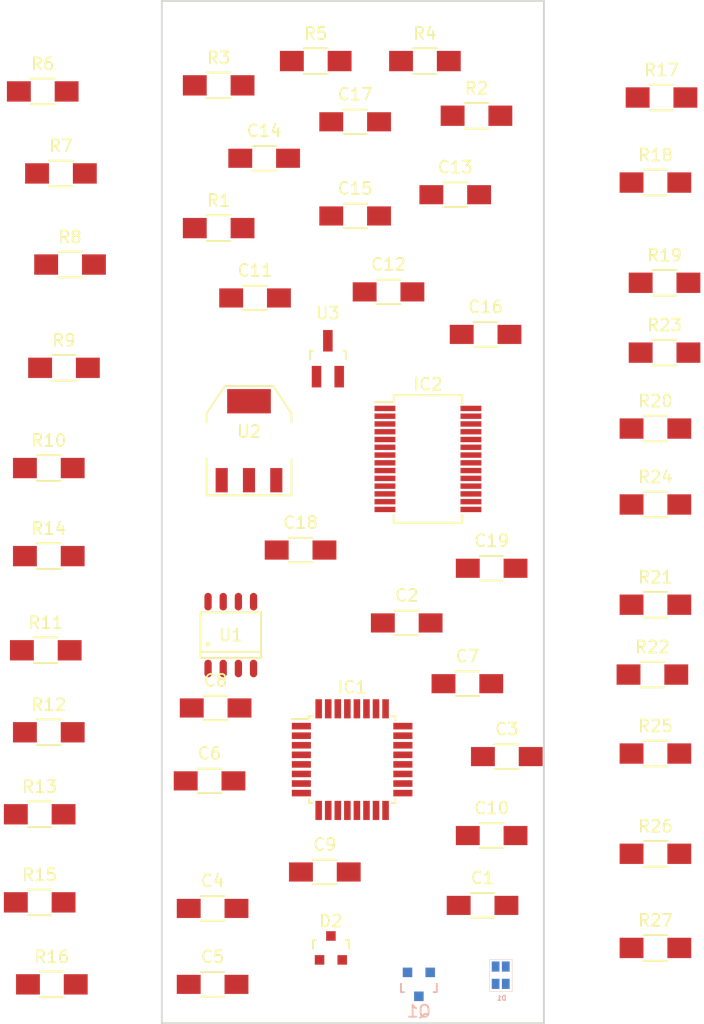
<source format=kicad_pcb>
(kicad_pcb (version 4) (host pcbnew 4.0.4-stable)

  (general
    (links 116)
    (no_connects 116)
    (area 138.924999 60.424999 171.075001 146.075001)
    (thickness 1.6)
    (drawings 4)
    (tracks 0)
    (zones 0)
    (modules 54)
    (nets 59)
  )

  (page A4)
  (layers
    (0 F.Cu signal)
    (31 B.Cu signal hide)
    (32 B.Adhes user)
    (33 F.Adhes user)
    (34 B.Paste user)
    (35 F.Paste user)
    (36 B.SilkS user)
    (37 F.SilkS user)
    (38 B.Mask user)
    (39 F.Mask user)
    (40 Dwgs.User user)
    (41 Cmts.User user)
    (42 Eco1.User user)
    (43 Eco2.User user)
    (44 Edge.Cuts user)
    (45 Margin user)
    (46 B.CrtYd user)
    (47 F.CrtYd user)
    (48 B.Fab user)
    (49 F.Fab user)
  )

  (setup
    (last_trace_width 0.25)
    (trace_clearance 0.2)
    (zone_clearance 0.508)
    (zone_45_only no)
    (trace_min 0.2)
    (segment_width 0.2)
    (edge_width 0.15)
    (via_size 0.6)
    (via_drill 0.4)
    (via_min_size 0.4)
    (via_min_drill 0.3)
    (uvia_size 0.3)
    (uvia_drill 0.1)
    (uvias_allowed no)
    (uvia_min_size 0.2)
    (uvia_min_drill 0.1)
    (pcb_text_width 0.3)
    (pcb_text_size 1.5 1.5)
    (mod_edge_width 0.15)
    (mod_text_size 1 1)
    (mod_text_width 0.15)
    (pad_size 1.524 1.524)
    (pad_drill 0.762)
    (pad_to_mask_clearance 0.2)
    (aux_axis_origin 0 0)
    (visible_elements 7FFFFFFF)
    (pcbplotparams
      (layerselection 0x00030_80000001)
      (usegerberextensions false)
      (excludeedgelayer true)
      (linewidth 0.100000)
      (plotframeref false)
      (viasonmask false)
      (mode 1)
      (useauxorigin false)
      (hpglpennumber 1)
      (hpglpenspeed 20)
      (hpglpendiameter 15)
      (hpglpenoverlay 2)
      (psnegative false)
      (psa4output false)
      (plotreference true)
      (plotvalue true)
      (plotinvisibletext false)
      (padsonsilk false)
      (subtractmaskfromsilk false)
      (outputformat 1)
      (mirror false)
      (drillshape 1)
      (scaleselection 1)
      (outputdirectory ""))
  )

  (net 0 "")
  (net 1 "Net-(C1-Pad1)")
  (net 2 GND)
  (net 3 RST)
  (net 4 "Net-(C2-Pad2)")
  (net 5 "Net-(C3-Pad1)")
  (net 6 "Net-(C4-Pad1)")
  (net 7 "Net-(C5-Pad1)")
  (net 8 "Net-(C6-Pad1)")
  (net 9 "Net-(C7-Pad1)")
  (net 10 VCC)
  (net 11 "Net-(C11-Pad1)")
  (net 12 "Net-(C16-Pad1)")
  (net 13 "Net-(D1-Pad1)")
  (net 14 "Net-(D1-Pad3)")
  (net 15 "Net-(D1-Pad4)")
  (net 16 "Net-(D2-Pad1)")
  (net 17 RS485_RX)
  (net 18 RS485_TX)
  (net 19 RS485_EN)
  (net 20 "Net-(IC1-Pad10)")
  (net 21 "Net-(IC1-Pad11)")
  (net 22 BTN1)
  (net 23 CE)
  (net 24 CSN)
  (net 25 MOSI)
  (net 26 MISO)
  (net 27 SCK)
  (net 28 A2)
  (net 29 "Net-(IC1-Pad22)")
  (net 30 A0)
  (net 31 A1)
  (net 32 BTN2)
  (net 33 "Net-(IC1-Pad26)")
  (net 34 SDA)
  (net 35 SCL)
  (net 36 RXI)
  (net 37 TXO)
  (net 38 IRQ)
  (net 39 "Net-(IC2-Pad3)")
  (net 40 "Net-(IC2-Pad6)")
  (net 41 "Net-(IC2-Pad9)")
  (net 42 "Net-(IC2-Pad10)")
  (net 43 "Net-(IC2-Pad11)")
  (net 44 "Net-(IC2-Pad12)")
  (net 45 "Net-(IC2-Pad13)")
  (net 46 "Net-(IC2-Pad14)")
  (net 47 "Net-(IC2-Pad15)")
  (net 48 "Net-(IC2-Pad16)")
  (net 49 "Net-(IC2-Pad17)")
  (net 50 "Net-(IC2-Pad19)")
  (net 51 "Net-(IC2-Pad22)")
  (net 52 "Net-(IC2-Pad23)")
  (net 53 "Net-(IC2-Pad27)")
  (net 54 "Net-(IC2-Pad28)")
  (net 55 "Net-(P2-Pad2)")
  (net 56 "Net-(P9-Pad1)")
  (net 57 "Net-(P9-Pad2)")
  (net 58 "Net-(P1-Pad1)")

  (net_class Default "Ceci est la Netclass par défaut"
    (clearance 0.2)
    (trace_width 0.25)
    (via_dia 0.6)
    (via_drill 0.4)
    (uvia_dia 0.3)
    (uvia_drill 0.1)
    (add_net A0)
    (add_net A1)
    (add_net A2)
    (add_net BTN1)
    (add_net BTN2)
    (add_net CE)
    (add_net CSN)
    (add_net GND)
    (add_net IRQ)
    (add_net MISO)
    (add_net MOSI)
    (add_net "Net-(C1-Pad1)")
    (add_net "Net-(C11-Pad1)")
    (add_net "Net-(C16-Pad1)")
    (add_net "Net-(C2-Pad2)")
    (add_net "Net-(C3-Pad1)")
    (add_net "Net-(C4-Pad1)")
    (add_net "Net-(C5-Pad1)")
    (add_net "Net-(C6-Pad1)")
    (add_net "Net-(C7-Pad1)")
    (add_net "Net-(D1-Pad1)")
    (add_net "Net-(D1-Pad3)")
    (add_net "Net-(D1-Pad4)")
    (add_net "Net-(D2-Pad1)")
    (add_net "Net-(IC1-Pad10)")
    (add_net "Net-(IC1-Pad11)")
    (add_net "Net-(IC1-Pad22)")
    (add_net "Net-(IC1-Pad26)")
    (add_net "Net-(IC2-Pad10)")
    (add_net "Net-(IC2-Pad11)")
    (add_net "Net-(IC2-Pad12)")
    (add_net "Net-(IC2-Pad13)")
    (add_net "Net-(IC2-Pad14)")
    (add_net "Net-(IC2-Pad15)")
    (add_net "Net-(IC2-Pad16)")
    (add_net "Net-(IC2-Pad17)")
    (add_net "Net-(IC2-Pad19)")
    (add_net "Net-(IC2-Pad22)")
    (add_net "Net-(IC2-Pad23)")
    (add_net "Net-(IC2-Pad27)")
    (add_net "Net-(IC2-Pad28)")
    (add_net "Net-(IC2-Pad3)")
    (add_net "Net-(IC2-Pad6)")
    (add_net "Net-(IC2-Pad9)")
    (add_net "Net-(P1-Pad1)")
    (add_net "Net-(P2-Pad2)")
    (add_net "Net-(P9-Pad1)")
    (add_net "Net-(P9-Pad2)")
    (add_net RS485_EN)
    (add_net RS485_RX)
    (add_net RS485_TX)
    (add_net RST)
    (add_net RXI)
    (add_net SCK)
    (add_net SCL)
    (add_net SDA)
    (add_net TXO)
    (add_net VCC)
  )

  (module Capacitors_SMD:C_1206_HandSoldering (layer F.Cu) (tedit 541A9C03) (tstamp 583DAFDC)
    (at 165.862 136.144)
    (descr "Capacitor SMD 1206, hand soldering")
    (tags "capacitor 1206")
    (path /582C40BD)
    (attr smd)
    (fp_text reference C1 (at 0 -2.3) (layer F.SilkS)
      (effects (font (size 1 1) (thickness 0.15)))
    )
    (fp_text value 0.1uF (at 0 2.3) (layer F.Fab)
      (effects (font (size 1 1) (thickness 0.15)))
    )
    (fp_line (start -1.6 0.8) (end -1.6 -0.8) (layer F.Fab) (width 0.15))
    (fp_line (start 1.6 0.8) (end -1.6 0.8) (layer F.Fab) (width 0.15))
    (fp_line (start 1.6 -0.8) (end 1.6 0.8) (layer F.Fab) (width 0.15))
    (fp_line (start -1.6 -0.8) (end 1.6 -0.8) (layer F.Fab) (width 0.15))
    (fp_line (start -3.3 -1.15) (end 3.3 -1.15) (layer F.CrtYd) (width 0.05))
    (fp_line (start -3.3 1.15) (end 3.3 1.15) (layer F.CrtYd) (width 0.05))
    (fp_line (start -3.3 -1.15) (end -3.3 1.15) (layer F.CrtYd) (width 0.05))
    (fp_line (start 3.3 -1.15) (end 3.3 1.15) (layer F.CrtYd) (width 0.05))
    (fp_line (start 1 -1.025) (end -1 -1.025) (layer F.SilkS) (width 0.15))
    (fp_line (start -1 1.025) (end 1 1.025) (layer F.SilkS) (width 0.15))
    (pad 1 smd rect (at -2 0) (size 2 1.6) (layers F.Cu F.Paste F.Mask)
      (net 1 "Net-(C1-Pad1)"))
    (pad 2 smd rect (at 2 0) (size 2 1.6) (layers F.Cu F.Paste F.Mask)
      (net 2 GND))
    (model Capacitors_SMD.3dshapes/C_1206_HandSoldering.wrl
      (at (xyz 0 0 0))
      (scale (xyz 1 1 1))
      (rotate (xyz 0 0 0))
    )
  )

  (module Capacitors_SMD:C_1206_HandSoldering (layer F.Cu) (tedit 541A9C03) (tstamp 583DAFEC)
    (at 159.512 112.522)
    (descr "Capacitor SMD 1206, hand soldering")
    (tags "capacitor 1206")
    (path /583B6E0E)
    (attr smd)
    (fp_text reference C2 (at 0 -2.3) (layer F.SilkS)
      (effects (font (size 1 1) (thickness 0.15)))
    )
    (fp_text value 0.1uF (at 0 2.3) (layer F.Fab)
      (effects (font (size 1 1) (thickness 0.15)))
    )
    (fp_line (start -1.6 0.8) (end -1.6 -0.8) (layer F.Fab) (width 0.15))
    (fp_line (start 1.6 0.8) (end -1.6 0.8) (layer F.Fab) (width 0.15))
    (fp_line (start 1.6 -0.8) (end 1.6 0.8) (layer F.Fab) (width 0.15))
    (fp_line (start -1.6 -0.8) (end 1.6 -0.8) (layer F.Fab) (width 0.15))
    (fp_line (start -3.3 -1.15) (end 3.3 -1.15) (layer F.CrtYd) (width 0.05))
    (fp_line (start -3.3 1.15) (end 3.3 1.15) (layer F.CrtYd) (width 0.05))
    (fp_line (start -3.3 -1.15) (end -3.3 1.15) (layer F.CrtYd) (width 0.05))
    (fp_line (start 3.3 -1.15) (end 3.3 1.15) (layer F.CrtYd) (width 0.05))
    (fp_line (start 1 -1.025) (end -1 -1.025) (layer F.SilkS) (width 0.15))
    (fp_line (start -1 1.025) (end 1 1.025) (layer F.SilkS) (width 0.15))
    (pad 1 smd rect (at -2 0) (size 2 1.6) (layers F.Cu F.Paste F.Mask)
      (net 3 RST))
    (pad 2 smd rect (at 2 0) (size 2 1.6) (layers F.Cu F.Paste F.Mask)
      (net 4 "Net-(C2-Pad2)"))
    (model Capacitors_SMD.3dshapes/C_1206_HandSoldering.wrl
      (at (xyz 0 0 0))
      (scale (xyz 1 1 1))
      (rotate (xyz 0 0 0))
    )
  )

  (module Capacitors_SMD:C_1206_HandSoldering (layer F.Cu) (tedit 541A9C03) (tstamp 583DAFFC)
    (at 167.894 123.698)
    (descr "Capacitor SMD 1206, hand soldering")
    (tags "capacitor 1206")
    (path /582C4CCC)
    (attr smd)
    (fp_text reference C3 (at 0 -2.3) (layer F.SilkS)
      (effects (font (size 1 1) (thickness 0.15)))
    )
    (fp_text value 22pF (at 0 2.3) (layer F.Fab)
      (effects (font (size 1 1) (thickness 0.15)))
    )
    (fp_line (start -1.6 0.8) (end -1.6 -0.8) (layer F.Fab) (width 0.15))
    (fp_line (start 1.6 0.8) (end -1.6 0.8) (layer F.Fab) (width 0.15))
    (fp_line (start 1.6 -0.8) (end 1.6 0.8) (layer F.Fab) (width 0.15))
    (fp_line (start -1.6 -0.8) (end 1.6 -0.8) (layer F.Fab) (width 0.15))
    (fp_line (start -3.3 -1.15) (end 3.3 -1.15) (layer F.CrtYd) (width 0.05))
    (fp_line (start -3.3 1.15) (end 3.3 1.15) (layer F.CrtYd) (width 0.05))
    (fp_line (start -3.3 -1.15) (end -3.3 1.15) (layer F.CrtYd) (width 0.05))
    (fp_line (start 3.3 -1.15) (end 3.3 1.15) (layer F.CrtYd) (width 0.05))
    (fp_line (start 1 -1.025) (end -1 -1.025) (layer F.SilkS) (width 0.15))
    (fp_line (start -1 1.025) (end 1 1.025) (layer F.SilkS) (width 0.15))
    (pad 1 smd rect (at -2 0) (size 2 1.6) (layers F.Cu F.Paste F.Mask)
      (net 5 "Net-(C3-Pad1)"))
    (pad 2 smd rect (at 2 0) (size 2 1.6) (layers F.Cu F.Paste F.Mask)
      (net 2 GND))
    (model Capacitors_SMD.3dshapes/C_1206_HandSoldering.wrl
      (at (xyz 0 0 0))
      (scale (xyz 1 1 1))
      (rotate (xyz 0 0 0))
    )
  )

  (module Capacitors_SMD:C_1206_HandSoldering (layer F.Cu) (tedit 541A9C03) (tstamp 583DB00C)
    (at 143.256 136.398)
    (descr "Capacitor SMD 1206, hand soldering")
    (tags "capacitor 1206")
    (path /582C4C49)
    (attr smd)
    (fp_text reference C4 (at 0 -2.3) (layer F.SilkS)
      (effects (font (size 1 1) (thickness 0.15)))
    )
    (fp_text value 22pF (at 0 2.3) (layer F.Fab)
      (effects (font (size 1 1) (thickness 0.15)))
    )
    (fp_line (start -1.6 0.8) (end -1.6 -0.8) (layer F.Fab) (width 0.15))
    (fp_line (start 1.6 0.8) (end -1.6 0.8) (layer F.Fab) (width 0.15))
    (fp_line (start 1.6 -0.8) (end 1.6 0.8) (layer F.Fab) (width 0.15))
    (fp_line (start -1.6 -0.8) (end 1.6 -0.8) (layer F.Fab) (width 0.15))
    (fp_line (start -3.3 -1.15) (end 3.3 -1.15) (layer F.CrtYd) (width 0.05))
    (fp_line (start -3.3 1.15) (end 3.3 1.15) (layer F.CrtYd) (width 0.05))
    (fp_line (start -3.3 -1.15) (end -3.3 1.15) (layer F.CrtYd) (width 0.05))
    (fp_line (start 3.3 -1.15) (end 3.3 1.15) (layer F.CrtYd) (width 0.05))
    (fp_line (start 1 -1.025) (end -1 -1.025) (layer F.SilkS) (width 0.15))
    (fp_line (start -1 1.025) (end 1 1.025) (layer F.SilkS) (width 0.15))
    (pad 1 smd rect (at -2 0) (size 2 1.6) (layers F.Cu F.Paste F.Mask)
      (net 6 "Net-(C4-Pad1)"))
    (pad 2 smd rect (at 2 0) (size 2 1.6) (layers F.Cu F.Paste F.Mask)
      (net 2 GND))
    (model Capacitors_SMD.3dshapes/C_1206_HandSoldering.wrl
      (at (xyz 0 0 0))
      (scale (xyz 1 1 1))
      (rotate (xyz 0 0 0))
    )
  )

  (module Capacitors_SMD:C_1206_HandSoldering (layer F.Cu) (tedit 541A9C03) (tstamp 583DB01C)
    (at 143.256 142.748)
    (descr "Capacitor SMD 1206, hand soldering")
    (tags "capacitor 1206")
    (path /583859DA)
    (attr smd)
    (fp_text reference C5 (at 0 -2.3) (layer F.SilkS)
      (effects (font (size 1 1) (thickness 0.15)))
    )
    (fp_text value 10uF (at 0 2.3) (layer F.Fab)
      (effects (font (size 1 1) (thickness 0.15)))
    )
    (fp_line (start -1.6 0.8) (end -1.6 -0.8) (layer F.Fab) (width 0.15))
    (fp_line (start 1.6 0.8) (end -1.6 0.8) (layer F.Fab) (width 0.15))
    (fp_line (start 1.6 -0.8) (end 1.6 0.8) (layer F.Fab) (width 0.15))
    (fp_line (start -1.6 -0.8) (end 1.6 -0.8) (layer F.Fab) (width 0.15))
    (fp_line (start -3.3 -1.15) (end 3.3 -1.15) (layer F.CrtYd) (width 0.05))
    (fp_line (start -3.3 1.15) (end 3.3 1.15) (layer F.CrtYd) (width 0.05))
    (fp_line (start -3.3 -1.15) (end -3.3 1.15) (layer F.CrtYd) (width 0.05))
    (fp_line (start 3.3 -1.15) (end 3.3 1.15) (layer F.CrtYd) (width 0.05))
    (fp_line (start 1 -1.025) (end -1 -1.025) (layer F.SilkS) (width 0.15))
    (fp_line (start -1 1.025) (end 1 1.025) (layer F.SilkS) (width 0.15))
    (pad 1 smd rect (at -2 0) (size 2 1.6) (layers F.Cu F.Paste F.Mask)
      (net 7 "Net-(C5-Pad1)"))
    (pad 2 smd rect (at 2 0) (size 2 1.6) (layers F.Cu F.Paste F.Mask)
      (net 2 GND))
    (model Capacitors_SMD.3dshapes/C_1206_HandSoldering.wrl
      (at (xyz 0 0 0))
      (scale (xyz 1 1 1))
      (rotate (xyz 0 0 0))
    )
  )

  (module Capacitors_SMD:C_1206_HandSoldering (layer F.Cu) (tedit 541A9C03) (tstamp 583DB02C)
    (at 143.002 125.73)
    (descr "Capacitor SMD 1206, hand soldering")
    (tags "capacitor 1206")
    (path /58387BF2)
    (attr smd)
    (fp_text reference C6 (at 0 -2.3) (layer F.SilkS)
      (effects (font (size 1 1) (thickness 0.15)))
    )
    (fp_text value 10uF (at 0 2.3) (layer F.Fab)
      (effects (font (size 1 1) (thickness 0.15)))
    )
    (fp_line (start -1.6 0.8) (end -1.6 -0.8) (layer F.Fab) (width 0.15))
    (fp_line (start 1.6 0.8) (end -1.6 0.8) (layer F.Fab) (width 0.15))
    (fp_line (start 1.6 -0.8) (end 1.6 0.8) (layer F.Fab) (width 0.15))
    (fp_line (start -1.6 -0.8) (end 1.6 -0.8) (layer F.Fab) (width 0.15))
    (fp_line (start -3.3 -1.15) (end 3.3 -1.15) (layer F.CrtYd) (width 0.05))
    (fp_line (start -3.3 1.15) (end 3.3 1.15) (layer F.CrtYd) (width 0.05))
    (fp_line (start -3.3 -1.15) (end -3.3 1.15) (layer F.CrtYd) (width 0.05))
    (fp_line (start 3.3 -1.15) (end 3.3 1.15) (layer F.CrtYd) (width 0.05))
    (fp_line (start 1 -1.025) (end -1 -1.025) (layer F.SilkS) (width 0.15))
    (fp_line (start -1 1.025) (end 1 1.025) (layer F.SilkS) (width 0.15))
    (pad 1 smd rect (at -2 0) (size 2 1.6) (layers F.Cu F.Paste F.Mask)
      (net 8 "Net-(C6-Pad1)"))
    (pad 2 smd rect (at 2 0) (size 2 1.6) (layers F.Cu F.Paste F.Mask)
      (net 2 GND))
    (model Capacitors_SMD.3dshapes/C_1206_HandSoldering.wrl
      (at (xyz 0 0 0))
      (scale (xyz 1 1 1))
      (rotate (xyz 0 0 0))
    )
  )

  (module Capacitors_SMD:C_1206_HandSoldering (layer F.Cu) (tedit 541A9C03) (tstamp 583DB03C)
    (at 164.592 117.602)
    (descr "Capacitor SMD 1206, hand soldering")
    (tags "capacitor 1206")
    (path /5838782D)
    (attr smd)
    (fp_text reference C7 (at 0 -2.3) (layer F.SilkS)
      (effects (font (size 1 1) (thickness 0.15)))
    )
    (fp_text value 10uF (at 0 2.3) (layer F.Fab)
      (effects (font (size 1 1) (thickness 0.15)))
    )
    (fp_line (start -1.6 0.8) (end -1.6 -0.8) (layer F.Fab) (width 0.15))
    (fp_line (start 1.6 0.8) (end -1.6 0.8) (layer F.Fab) (width 0.15))
    (fp_line (start 1.6 -0.8) (end 1.6 0.8) (layer F.Fab) (width 0.15))
    (fp_line (start -1.6 -0.8) (end 1.6 -0.8) (layer F.Fab) (width 0.15))
    (fp_line (start -3.3 -1.15) (end 3.3 -1.15) (layer F.CrtYd) (width 0.05))
    (fp_line (start -3.3 1.15) (end 3.3 1.15) (layer F.CrtYd) (width 0.05))
    (fp_line (start -3.3 -1.15) (end -3.3 1.15) (layer F.CrtYd) (width 0.05))
    (fp_line (start 3.3 -1.15) (end 3.3 1.15) (layer F.CrtYd) (width 0.05))
    (fp_line (start 1 -1.025) (end -1 -1.025) (layer F.SilkS) (width 0.15))
    (fp_line (start -1 1.025) (end 1 1.025) (layer F.SilkS) (width 0.15))
    (pad 1 smd rect (at -2 0) (size 2 1.6) (layers F.Cu F.Paste F.Mask)
      (net 9 "Net-(C7-Pad1)"))
    (pad 2 smd rect (at 2 0) (size 2 1.6) (layers F.Cu F.Paste F.Mask)
      (net 2 GND))
    (model Capacitors_SMD.3dshapes/C_1206_HandSoldering.wrl
      (at (xyz 0 0 0))
      (scale (xyz 1 1 1))
      (rotate (xyz 0 0 0))
    )
  )

  (module Capacitors_SMD:C_1206_HandSoldering (layer F.Cu) (tedit 541A9C03) (tstamp 583DB04C)
    (at 143.51 119.634)
    (descr "Capacitor SMD 1206, hand soldering")
    (tags "capacitor 1206")
    (path /583A2412)
    (attr smd)
    (fp_text reference C8 (at 0 -2.3) (layer F.SilkS)
      (effects (font (size 1 1) (thickness 0.15)))
    )
    (fp_text value 0.1uF (at 0 2.3) (layer F.Fab)
      (effects (font (size 1 1) (thickness 0.15)))
    )
    (fp_line (start -1.6 0.8) (end -1.6 -0.8) (layer F.Fab) (width 0.15))
    (fp_line (start 1.6 0.8) (end -1.6 0.8) (layer F.Fab) (width 0.15))
    (fp_line (start 1.6 -0.8) (end 1.6 0.8) (layer F.Fab) (width 0.15))
    (fp_line (start -1.6 -0.8) (end 1.6 -0.8) (layer F.Fab) (width 0.15))
    (fp_line (start -3.3 -1.15) (end 3.3 -1.15) (layer F.CrtYd) (width 0.05))
    (fp_line (start -3.3 1.15) (end 3.3 1.15) (layer F.CrtYd) (width 0.05))
    (fp_line (start -3.3 -1.15) (end -3.3 1.15) (layer F.CrtYd) (width 0.05))
    (fp_line (start 3.3 -1.15) (end 3.3 1.15) (layer F.CrtYd) (width 0.05))
    (fp_line (start 1 -1.025) (end -1 -1.025) (layer F.SilkS) (width 0.15))
    (fp_line (start -1 1.025) (end 1 1.025) (layer F.SilkS) (width 0.15))
    (pad 1 smd rect (at -2 0) (size 2 1.6) (layers F.Cu F.Paste F.Mask)
      (net 2 GND))
    (pad 2 smd rect (at 2 0) (size 2 1.6) (layers F.Cu F.Paste F.Mask)
      (net 10 VCC))
    (model Capacitors_SMD.3dshapes/C_1206_HandSoldering.wrl
      (at (xyz 0 0 0))
      (scale (xyz 1 1 1))
      (rotate (xyz 0 0 0))
    )
  )

  (module Capacitors_SMD:C_1206_HandSoldering (layer F.Cu) (tedit 541A9C03) (tstamp 583DB05C)
    (at 152.654 133.35)
    (descr "Capacitor SMD 1206, hand soldering")
    (tags "capacitor 1206")
    (path /583A24B0)
    (attr smd)
    (fp_text reference C9 (at 0 -2.3) (layer F.SilkS)
      (effects (font (size 1 1) (thickness 0.15)))
    )
    (fp_text value 10uF (at 0 2.3) (layer F.Fab)
      (effects (font (size 1 1) (thickness 0.15)))
    )
    (fp_line (start -1.6 0.8) (end -1.6 -0.8) (layer F.Fab) (width 0.15))
    (fp_line (start 1.6 0.8) (end -1.6 0.8) (layer F.Fab) (width 0.15))
    (fp_line (start 1.6 -0.8) (end 1.6 0.8) (layer F.Fab) (width 0.15))
    (fp_line (start -1.6 -0.8) (end 1.6 -0.8) (layer F.Fab) (width 0.15))
    (fp_line (start -3.3 -1.15) (end 3.3 -1.15) (layer F.CrtYd) (width 0.05))
    (fp_line (start -3.3 1.15) (end 3.3 1.15) (layer F.CrtYd) (width 0.05))
    (fp_line (start -3.3 -1.15) (end -3.3 1.15) (layer F.CrtYd) (width 0.05))
    (fp_line (start 3.3 -1.15) (end 3.3 1.15) (layer F.CrtYd) (width 0.05))
    (fp_line (start 1 -1.025) (end -1 -1.025) (layer F.SilkS) (width 0.15))
    (fp_line (start -1 1.025) (end 1 1.025) (layer F.SilkS) (width 0.15))
    (pad 1 smd rect (at -2 0) (size 2 1.6) (layers F.Cu F.Paste F.Mask)
      (net 11 "Net-(C11-Pad1)"))
    (pad 2 smd rect (at 2 0) (size 2 1.6) (layers F.Cu F.Paste F.Mask)
      (net 2 GND))
    (model Capacitors_SMD.3dshapes/C_1206_HandSoldering.wrl
      (at (xyz 0 0 0))
      (scale (xyz 1 1 1))
      (rotate (xyz 0 0 0))
    )
  )

  (module Capacitors_SMD:C_1206_HandSoldering (layer F.Cu) (tedit 541A9C03) (tstamp 583DB06C)
    (at 166.624 130.302)
    (descr "Capacitor SMD 1206, hand soldering")
    (tags "capacitor 1206")
    (path /583A3B3C)
    (attr smd)
    (fp_text reference C10 (at 0 -2.3) (layer F.SilkS)
      (effects (font (size 1 1) (thickness 0.15)))
    )
    (fp_text value 10uF (at 0 2.3) (layer F.Fab)
      (effects (font (size 1 1) (thickness 0.15)))
    )
    (fp_line (start -1.6 0.8) (end -1.6 -0.8) (layer F.Fab) (width 0.15))
    (fp_line (start 1.6 0.8) (end -1.6 0.8) (layer F.Fab) (width 0.15))
    (fp_line (start 1.6 -0.8) (end 1.6 0.8) (layer F.Fab) (width 0.15))
    (fp_line (start -1.6 -0.8) (end 1.6 -0.8) (layer F.Fab) (width 0.15))
    (fp_line (start -3.3 -1.15) (end 3.3 -1.15) (layer F.CrtYd) (width 0.05))
    (fp_line (start -3.3 1.15) (end 3.3 1.15) (layer F.CrtYd) (width 0.05))
    (fp_line (start -3.3 -1.15) (end -3.3 1.15) (layer F.CrtYd) (width 0.05))
    (fp_line (start 3.3 -1.15) (end 3.3 1.15) (layer F.CrtYd) (width 0.05))
    (fp_line (start 1 -1.025) (end -1 -1.025) (layer F.SilkS) (width 0.15))
    (fp_line (start -1 1.025) (end 1 1.025) (layer F.SilkS) (width 0.15))
    (pad 1 smd rect (at -2 0) (size 2 1.6) (layers F.Cu F.Paste F.Mask)
      (net 10 VCC))
    (pad 2 smd rect (at 2 0) (size 2 1.6) (layers F.Cu F.Paste F.Mask)
      (net 2 GND))
    (model Capacitors_SMD.3dshapes/C_1206_HandSoldering.wrl
      (at (xyz 0 0 0))
      (scale (xyz 1 1 1))
      (rotate (xyz 0 0 0))
    )
  )

  (module Capacitors_SMD:C_1206_HandSoldering (layer F.Cu) (tedit 541A9C03) (tstamp 583DB07C)
    (at 146.812 85.344)
    (descr "Capacitor SMD 1206, hand soldering")
    (tags "capacitor 1206")
    (path /583A45EC)
    (attr smd)
    (fp_text reference C11 (at 0 -2.3) (layer F.SilkS)
      (effects (font (size 1 1) (thickness 0.15)))
    )
    (fp_text value 0.1uF (at 0 2.3) (layer F.Fab)
      (effects (font (size 1 1) (thickness 0.15)))
    )
    (fp_line (start -1.6 0.8) (end -1.6 -0.8) (layer F.Fab) (width 0.15))
    (fp_line (start 1.6 0.8) (end -1.6 0.8) (layer F.Fab) (width 0.15))
    (fp_line (start 1.6 -0.8) (end 1.6 0.8) (layer F.Fab) (width 0.15))
    (fp_line (start -1.6 -0.8) (end 1.6 -0.8) (layer F.Fab) (width 0.15))
    (fp_line (start -3.3 -1.15) (end 3.3 -1.15) (layer F.CrtYd) (width 0.05))
    (fp_line (start -3.3 1.15) (end 3.3 1.15) (layer F.CrtYd) (width 0.05))
    (fp_line (start -3.3 -1.15) (end -3.3 1.15) (layer F.CrtYd) (width 0.05))
    (fp_line (start 3.3 -1.15) (end 3.3 1.15) (layer F.CrtYd) (width 0.05))
    (fp_line (start 1 -1.025) (end -1 -1.025) (layer F.SilkS) (width 0.15))
    (fp_line (start -1 1.025) (end 1 1.025) (layer F.SilkS) (width 0.15))
    (pad 1 smd rect (at -2 0) (size 2 1.6) (layers F.Cu F.Paste F.Mask)
      (net 11 "Net-(C11-Pad1)"))
    (pad 2 smd rect (at 2 0) (size 2 1.6) (layers F.Cu F.Paste F.Mask)
      (net 2 GND))
    (model Capacitors_SMD.3dshapes/C_1206_HandSoldering.wrl
      (at (xyz 0 0 0))
      (scale (xyz 1 1 1))
      (rotate (xyz 0 0 0))
    )
  )

  (module Capacitors_SMD:C_1206_HandSoldering (layer F.Cu) (tedit 541A9C03) (tstamp 583DB08C)
    (at 157.988 84.836)
    (descr "Capacitor SMD 1206, hand soldering")
    (tags "capacitor 1206")
    (path /583B11D3)
    (attr smd)
    (fp_text reference C12 (at 0 -2.3) (layer F.SilkS)
      (effects (font (size 1 1) (thickness 0.15)))
    )
    (fp_text value 0.1uF (at 0 2.3) (layer F.Fab)
      (effects (font (size 1 1) (thickness 0.15)))
    )
    (fp_line (start -1.6 0.8) (end -1.6 -0.8) (layer F.Fab) (width 0.15))
    (fp_line (start 1.6 0.8) (end -1.6 0.8) (layer F.Fab) (width 0.15))
    (fp_line (start 1.6 -0.8) (end 1.6 0.8) (layer F.Fab) (width 0.15))
    (fp_line (start -1.6 -0.8) (end 1.6 -0.8) (layer F.Fab) (width 0.15))
    (fp_line (start -3.3 -1.15) (end 3.3 -1.15) (layer F.CrtYd) (width 0.05))
    (fp_line (start -3.3 1.15) (end 3.3 1.15) (layer F.CrtYd) (width 0.05))
    (fp_line (start -3.3 -1.15) (end -3.3 1.15) (layer F.CrtYd) (width 0.05))
    (fp_line (start 3.3 -1.15) (end 3.3 1.15) (layer F.CrtYd) (width 0.05))
    (fp_line (start 1 -1.025) (end -1 -1.025) (layer F.SilkS) (width 0.15))
    (fp_line (start -1 1.025) (end 1 1.025) (layer F.SilkS) (width 0.15))
    (pad 1 smd rect (at -2 0) (size 2 1.6) (layers F.Cu F.Paste F.Mask)
      (net 10 VCC))
    (pad 2 smd rect (at 2 0) (size 2 1.6) (layers F.Cu F.Paste F.Mask)
      (net 2 GND))
    (model Capacitors_SMD.3dshapes/C_1206_HandSoldering.wrl
      (at (xyz 0 0 0))
      (scale (xyz 1 1 1))
      (rotate (xyz 0 0 0))
    )
  )

  (module Capacitors_SMD:C_1206_HandSoldering (layer F.Cu) (tedit 541A9C03) (tstamp 583DB09C)
    (at 163.576 76.708)
    (descr "Capacitor SMD 1206, hand soldering")
    (tags "capacitor 1206")
    (path /583B1742)
    (attr smd)
    (fp_text reference C13 (at 0 -2.3) (layer F.SilkS)
      (effects (font (size 1 1) (thickness 0.15)))
    )
    (fp_text value 10uF (at 0 2.3) (layer F.Fab)
      (effects (font (size 1 1) (thickness 0.15)))
    )
    (fp_line (start -1.6 0.8) (end -1.6 -0.8) (layer F.Fab) (width 0.15))
    (fp_line (start 1.6 0.8) (end -1.6 0.8) (layer F.Fab) (width 0.15))
    (fp_line (start 1.6 -0.8) (end 1.6 0.8) (layer F.Fab) (width 0.15))
    (fp_line (start -1.6 -0.8) (end 1.6 -0.8) (layer F.Fab) (width 0.15))
    (fp_line (start -3.3 -1.15) (end 3.3 -1.15) (layer F.CrtYd) (width 0.05))
    (fp_line (start -3.3 1.15) (end 3.3 1.15) (layer F.CrtYd) (width 0.05))
    (fp_line (start -3.3 -1.15) (end -3.3 1.15) (layer F.CrtYd) (width 0.05))
    (fp_line (start 3.3 -1.15) (end 3.3 1.15) (layer F.CrtYd) (width 0.05))
    (fp_line (start 1 -1.025) (end -1 -1.025) (layer F.SilkS) (width 0.15))
    (fp_line (start -1 1.025) (end 1 1.025) (layer F.SilkS) (width 0.15))
    (pad 1 smd rect (at -2 0) (size 2 1.6) (layers F.Cu F.Paste F.Mask)
      (net 10 VCC))
    (pad 2 smd rect (at 2 0) (size 2 1.6) (layers F.Cu F.Paste F.Mask)
      (net 2 GND))
    (model Capacitors_SMD.3dshapes/C_1206_HandSoldering.wrl
      (at (xyz 0 0 0))
      (scale (xyz 1 1 1))
      (rotate (xyz 0 0 0))
    )
  )

  (module Capacitors_SMD:C_1206_HandSoldering (layer F.Cu) (tedit 541A9C03) (tstamp 583DB0AC)
    (at 147.574 73.66)
    (descr "Capacitor SMD 1206, hand soldering")
    (tags "capacitor 1206")
    (path /583B6AE3)
    (attr smd)
    (fp_text reference C14 (at 0 -2.3) (layer F.SilkS)
      (effects (font (size 1 1) (thickness 0.15)))
    )
    (fp_text value 100nF (at 0 2.3) (layer F.Fab)
      (effects (font (size 1 1) (thickness 0.15)))
    )
    (fp_line (start -1.6 0.8) (end -1.6 -0.8) (layer F.Fab) (width 0.15))
    (fp_line (start 1.6 0.8) (end -1.6 0.8) (layer F.Fab) (width 0.15))
    (fp_line (start 1.6 -0.8) (end 1.6 0.8) (layer F.Fab) (width 0.15))
    (fp_line (start -1.6 -0.8) (end 1.6 -0.8) (layer F.Fab) (width 0.15))
    (fp_line (start -3.3 -1.15) (end 3.3 -1.15) (layer F.CrtYd) (width 0.05))
    (fp_line (start -3.3 1.15) (end 3.3 1.15) (layer F.CrtYd) (width 0.05))
    (fp_line (start -3.3 -1.15) (end -3.3 1.15) (layer F.CrtYd) (width 0.05))
    (fp_line (start 3.3 -1.15) (end 3.3 1.15) (layer F.CrtYd) (width 0.05))
    (fp_line (start 1 -1.025) (end -1 -1.025) (layer F.SilkS) (width 0.15))
    (fp_line (start -1 1.025) (end 1 1.025) (layer F.SilkS) (width 0.15))
    (pad 1 smd rect (at -2 0) (size 2 1.6) (layers F.Cu F.Paste F.Mask)
      (net 10 VCC))
    (pad 2 smd rect (at 2 0) (size 2 1.6) (layers F.Cu F.Paste F.Mask)
      (net 2 GND))
    (model Capacitors_SMD.3dshapes/C_1206_HandSoldering.wrl
      (at (xyz 0 0 0))
      (scale (xyz 1 1 1))
      (rotate (xyz 0 0 0))
    )
  )

  (module Capacitors_SMD:C_1206_HandSoldering (layer F.Cu) (tedit 541A9C03) (tstamp 583DB0BC)
    (at 155.194 78.486)
    (descr "Capacitor SMD 1206, hand soldering")
    (tags "capacitor 1206")
    (path /583B6BA0)
    (attr smd)
    (fp_text reference C15 (at 0 -2.3) (layer F.SilkS)
      (effects (font (size 1 1) (thickness 0.15)))
    )
    (fp_text value 100nF (at 0 2.3) (layer F.Fab)
      (effects (font (size 1 1) (thickness 0.15)))
    )
    (fp_line (start -1.6 0.8) (end -1.6 -0.8) (layer F.Fab) (width 0.15))
    (fp_line (start 1.6 0.8) (end -1.6 0.8) (layer F.Fab) (width 0.15))
    (fp_line (start 1.6 -0.8) (end 1.6 0.8) (layer F.Fab) (width 0.15))
    (fp_line (start -1.6 -0.8) (end 1.6 -0.8) (layer F.Fab) (width 0.15))
    (fp_line (start -3.3 -1.15) (end 3.3 -1.15) (layer F.CrtYd) (width 0.05))
    (fp_line (start -3.3 1.15) (end 3.3 1.15) (layer F.CrtYd) (width 0.05))
    (fp_line (start -3.3 -1.15) (end -3.3 1.15) (layer F.CrtYd) (width 0.05))
    (fp_line (start 3.3 -1.15) (end 3.3 1.15) (layer F.CrtYd) (width 0.05))
    (fp_line (start 1 -1.025) (end -1 -1.025) (layer F.SilkS) (width 0.15))
    (fp_line (start -1 1.025) (end 1 1.025) (layer F.SilkS) (width 0.15))
    (pad 1 smd rect (at -2 0) (size 2 1.6) (layers F.Cu F.Paste F.Mask)
      (net 10 VCC))
    (pad 2 smd rect (at 2 0) (size 2 1.6) (layers F.Cu F.Paste F.Mask)
      (net 2 GND))
    (model Capacitors_SMD.3dshapes/C_1206_HandSoldering.wrl
      (at (xyz 0 0 0))
      (scale (xyz 1 1 1))
      (rotate (xyz 0 0 0))
    )
  )

  (module Capacitors_SMD:C_1206_HandSoldering (layer F.Cu) (tedit 541A9C03) (tstamp 583DB0CC)
    (at 166.116 88.392)
    (descr "Capacitor SMD 1206, hand soldering")
    (tags "capacitor 1206")
    (path /583D955D)
    (attr smd)
    (fp_text reference C16 (at 0 -2.3) (layer F.SilkS)
      (effects (font (size 1 1) (thickness 0.15)))
    )
    (fp_text value 100nF (at 0 2.3) (layer F.Fab)
      (effects (font (size 1 1) (thickness 0.15)))
    )
    (fp_line (start -1.6 0.8) (end -1.6 -0.8) (layer F.Fab) (width 0.15))
    (fp_line (start 1.6 0.8) (end -1.6 0.8) (layer F.Fab) (width 0.15))
    (fp_line (start 1.6 -0.8) (end 1.6 0.8) (layer F.Fab) (width 0.15))
    (fp_line (start -1.6 -0.8) (end 1.6 -0.8) (layer F.Fab) (width 0.15))
    (fp_line (start -3.3 -1.15) (end 3.3 -1.15) (layer F.CrtYd) (width 0.05))
    (fp_line (start -3.3 1.15) (end 3.3 1.15) (layer F.CrtYd) (width 0.05))
    (fp_line (start -3.3 -1.15) (end -3.3 1.15) (layer F.CrtYd) (width 0.05))
    (fp_line (start 3.3 -1.15) (end 3.3 1.15) (layer F.CrtYd) (width 0.05))
    (fp_line (start 1 -1.025) (end -1 -1.025) (layer F.SilkS) (width 0.15))
    (fp_line (start -1 1.025) (end 1 1.025) (layer F.SilkS) (width 0.15))
    (pad 1 smd rect (at -2 0) (size 2 1.6) (layers F.Cu F.Paste F.Mask)
      (net 12 "Net-(C16-Pad1)"))
    (pad 2 smd rect (at 2 0) (size 2 1.6) (layers F.Cu F.Paste F.Mask)
      (net 2 GND))
    (model Capacitors_SMD.3dshapes/C_1206_HandSoldering.wrl
      (at (xyz 0 0 0))
      (scale (xyz 1 1 1))
      (rotate (xyz 0 0 0))
    )
  )

  (module Capacitors_SMD:C_1206_HandSoldering (layer F.Cu) (tedit 541A9C03) (tstamp 583DB0DC)
    (at 155.194 70.612)
    (descr "Capacitor SMD 1206, hand soldering")
    (tags "capacitor 1206")
    (path /583D8C0A)
    (attr smd)
    (fp_text reference C17 (at 0 -2.3) (layer F.SilkS)
      (effects (font (size 1 1) (thickness 0.15)))
    )
    (fp_text value 10uF (at 0 2.3) (layer F.Fab)
      (effects (font (size 1 1) (thickness 0.15)))
    )
    (fp_line (start -1.6 0.8) (end -1.6 -0.8) (layer F.Fab) (width 0.15))
    (fp_line (start 1.6 0.8) (end -1.6 0.8) (layer F.Fab) (width 0.15))
    (fp_line (start 1.6 -0.8) (end 1.6 0.8) (layer F.Fab) (width 0.15))
    (fp_line (start -1.6 -0.8) (end 1.6 -0.8) (layer F.Fab) (width 0.15))
    (fp_line (start -3.3 -1.15) (end 3.3 -1.15) (layer F.CrtYd) (width 0.05))
    (fp_line (start -3.3 1.15) (end 3.3 1.15) (layer F.CrtYd) (width 0.05))
    (fp_line (start -3.3 -1.15) (end -3.3 1.15) (layer F.CrtYd) (width 0.05))
    (fp_line (start 3.3 -1.15) (end 3.3 1.15) (layer F.CrtYd) (width 0.05))
    (fp_line (start 1 -1.025) (end -1 -1.025) (layer F.SilkS) (width 0.15))
    (fp_line (start -1 1.025) (end 1 1.025) (layer F.SilkS) (width 0.15))
    (pad 1 smd rect (at -2 0) (size 2 1.6) (layers F.Cu F.Paste F.Mask)
      (net 10 VCC))
    (pad 2 smd rect (at 2 0) (size 2 1.6) (layers F.Cu F.Paste F.Mask)
      (net 2 GND))
    (model Capacitors_SMD.3dshapes/C_1206_HandSoldering.wrl
      (at (xyz 0 0 0))
      (scale (xyz 1 1 1))
      (rotate (xyz 0 0 0))
    )
  )

  (module Capacitors_SMD:C_1206_HandSoldering (layer F.Cu) (tedit 541A9C03) (tstamp 583DB0EC)
    (at 150.622 106.426)
    (descr "Capacitor SMD 1206, hand soldering")
    (tags "capacitor 1206")
    (path /583DB92C)
    (attr smd)
    (fp_text reference C18 (at 0 -2.3) (layer F.SilkS)
      (effects (font (size 1 1) (thickness 0.15)))
    )
    (fp_text value 100nF (at 0 2.3) (layer F.Fab)
      (effects (font (size 1 1) (thickness 0.15)))
    )
    (fp_line (start -1.6 0.8) (end -1.6 -0.8) (layer F.Fab) (width 0.15))
    (fp_line (start 1.6 0.8) (end -1.6 0.8) (layer F.Fab) (width 0.15))
    (fp_line (start 1.6 -0.8) (end 1.6 0.8) (layer F.Fab) (width 0.15))
    (fp_line (start -1.6 -0.8) (end 1.6 -0.8) (layer F.Fab) (width 0.15))
    (fp_line (start -3.3 -1.15) (end 3.3 -1.15) (layer F.CrtYd) (width 0.05))
    (fp_line (start -3.3 1.15) (end 3.3 1.15) (layer F.CrtYd) (width 0.05))
    (fp_line (start -3.3 -1.15) (end -3.3 1.15) (layer F.CrtYd) (width 0.05))
    (fp_line (start 3.3 -1.15) (end 3.3 1.15) (layer F.CrtYd) (width 0.05))
    (fp_line (start 1 -1.025) (end -1 -1.025) (layer F.SilkS) (width 0.15))
    (fp_line (start -1 1.025) (end 1 1.025) (layer F.SilkS) (width 0.15))
    (pad 1 smd rect (at -2 0) (size 2 1.6) (layers F.Cu F.Paste F.Mask)
      (net 10 VCC))
    (pad 2 smd rect (at 2 0) (size 2 1.6) (layers F.Cu F.Paste F.Mask)
      (net 2 GND))
    (model Capacitors_SMD.3dshapes/C_1206_HandSoldering.wrl
      (at (xyz 0 0 0))
      (scale (xyz 1 1 1))
      (rotate (xyz 0 0 0))
    )
  )

  (module Capacitors_SMD:C_1206_HandSoldering (layer F.Cu) (tedit 541A9C03) (tstamp 583DB0FC)
    (at 166.624 107.95)
    (descr "Capacitor SMD 1206, hand soldering")
    (tags "capacitor 1206")
    (path /583E37A8)
    (attr smd)
    (fp_text reference C19 (at 0 -2.3) (layer F.SilkS)
      (effects (font (size 1 1) (thickness 0.15)))
    )
    (fp_text value 100nF (at 0 2.3) (layer F.Fab)
      (effects (font (size 1 1) (thickness 0.15)))
    )
    (fp_line (start -1.6 0.8) (end -1.6 -0.8) (layer F.Fab) (width 0.15))
    (fp_line (start 1.6 0.8) (end -1.6 0.8) (layer F.Fab) (width 0.15))
    (fp_line (start 1.6 -0.8) (end 1.6 0.8) (layer F.Fab) (width 0.15))
    (fp_line (start -1.6 -0.8) (end 1.6 -0.8) (layer F.Fab) (width 0.15))
    (fp_line (start -3.3 -1.15) (end 3.3 -1.15) (layer F.CrtYd) (width 0.05))
    (fp_line (start -3.3 1.15) (end 3.3 1.15) (layer F.CrtYd) (width 0.05))
    (fp_line (start -3.3 -1.15) (end -3.3 1.15) (layer F.CrtYd) (width 0.05))
    (fp_line (start 3.3 -1.15) (end 3.3 1.15) (layer F.CrtYd) (width 0.05))
    (fp_line (start 1 -1.025) (end -1 -1.025) (layer F.SilkS) (width 0.15))
    (fp_line (start -1 1.025) (end 1 1.025) (layer F.SilkS) (width 0.15))
    (pad 1 smd rect (at -2 0) (size 2 1.6) (layers F.Cu F.Paste F.Mask)
      (net 10 VCC))
    (pad 2 smd rect (at 2 0) (size 2 1.6) (layers F.Cu F.Paste F.Mask)
      (net 2 GND))
    (model Capacitors_SMD.3dshapes/C_1206_HandSoldering.wrl
      (at (xyz 0 0 0))
      (scale (xyz 1 1 1))
      (rotate (xyz 0 0 0))
    )
  )

  (module footprints:LED-0606 (layer B.Cu) (tedit 5686CF1E) (tstamp 583DB108)
    (at 167.386 141.986)
    (path /5839ED83)
    (attr smd)
    (fp_text reference D1 (at 0.07546 1.90872) (layer B.SilkS)
      (effects (font (size 0.4 0.4) (thickness 0.1)) (justify mirror))
    )
    (fp_text value LED_RABG (at 0.0145 -1.70824) (layer B.Fab) hide
      (effects (font (size 0.4 0.4) (thickness 0.1)) (justify mirror))
    )
    (fp_line (start -0.938 1.355) (end 0.967 1.355) (layer B.SilkS) (width 0.03))
    (fp_line (start 0.967 1.355) (end 0.967 -1.312) (layer B.SilkS) (width 0.03))
    (fp_line (start 0.967 -1.312) (end -0.938 -1.312) (layer B.SilkS) (width 0.03))
    (fp_line (start -0.938 -1.312) (end -0.938 1.355) (layer B.SilkS) (width 0.03))
    (pad 1 smd rect (at -0.43 0.72) (size 0.65 0.85) (layers B.Cu B.Paste B.Mask)
      (net 13 "Net-(D1-Pad1)"))
    (pad 2 smd rect (at 0.42 0.72) (size 0.65 0.85) (layers B.Cu B.Paste B.Mask)
      (net 10 VCC))
    (pad 3 smd rect (at 0.42 -0.73) (size 0.65 0.85) (layers B.Cu B.Paste B.Mask)
      (net 14 "Net-(D1-Pad3)"))
    (pad 4 smd rect (at -0.43 -0.73) (size 0.65 0.85) (layers B.Cu B.Paste B.Mask)
      (net 15 "Net-(D1-Pad4)"))
  )

  (module TO_SOT_Packages_SMD:SOT-23 (layer F.Cu) (tedit 553634F8) (tstamp 583DB118)
    (at 153.162 139.7)
    (descr "SOT-23, Standard")
    (tags SOT-23)
    (path /583D26E5)
    (attr smd)
    (fp_text reference D2 (at 0 -2.25) (layer F.SilkS)
      (effects (font (size 1 1) (thickness 0.15)))
    )
    (fp_text value TL431 (at 0 2.3) (layer F.Fab)
      (effects (font (size 1 1) (thickness 0.15)))
    )
    (fp_line (start -1.65 -1.6) (end 1.65 -1.6) (layer F.CrtYd) (width 0.05))
    (fp_line (start 1.65 -1.6) (end 1.65 1.6) (layer F.CrtYd) (width 0.05))
    (fp_line (start 1.65 1.6) (end -1.65 1.6) (layer F.CrtYd) (width 0.05))
    (fp_line (start -1.65 1.6) (end -1.65 -1.6) (layer F.CrtYd) (width 0.05))
    (fp_line (start 1.29916 -0.65024) (end 1.2509 -0.65024) (layer F.SilkS) (width 0.15))
    (fp_line (start -1.49982 0.0508) (end -1.49982 -0.65024) (layer F.SilkS) (width 0.15))
    (fp_line (start -1.49982 -0.65024) (end -1.2509 -0.65024) (layer F.SilkS) (width 0.15))
    (fp_line (start 1.29916 -0.65024) (end 1.49982 -0.65024) (layer F.SilkS) (width 0.15))
    (fp_line (start 1.49982 -0.65024) (end 1.49982 0.0508) (layer F.SilkS) (width 0.15))
    (pad 1 smd rect (at -0.95 1.00076) (size 0.8001 0.8001) (layers F.Cu F.Paste F.Mask)
      (net 16 "Net-(D2-Pad1)"))
    (pad 2 smd rect (at 0.95 1.00076) (size 0.8001 0.8001) (layers F.Cu F.Paste F.Mask)
      (net 2 GND))
    (pad 3 smd rect (at 0 -0.99822) (size 0.8001 0.8001) (layers F.Cu F.Paste F.Mask)
      (net 12 "Net-(C16-Pad1)"))
    (model TO_SOT_Packages_SMD.3dshapes/SOT-23.wrl
      (at (xyz 0 0 0))
      (scale (xyz 1 1 1))
      (rotate (xyz 0 0 0))
    )
  )

  (module Housings_QFP:TQFP-32_7x7mm_Pitch0.8mm (layer F.Cu) (tedit 54130A77) (tstamp 583DB14F)
    (at 154.94 123.952)
    (descr "32-Lead Plastic Thin Quad Flatpack (PT) - 7x7x1.0 mm Body, 2.00 mm [TQFP] (see Microchip Packaging Specification 00000049BS.pdf)")
    (tags "QFP 0.8")
    (path /582C3E6D)
    (attr smd)
    (fp_text reference IC1 (at 0 -6.05) (layer F.SilkS)
      (effects (font (size 1 1) (thickness 0.15)))
    )
    (fp_text value ATMEGA328-A (at 0 6.05) (layer F.Fab)
      (effects (font (size 1 1) (thickness 0.15)))
    )
    (fp_text user %R (at 0 0) (layer F.Fab)
      (effects (font (size 1 1) (thickness 0.15)))
    )
    (fp_line (start -2.5 -3.5) (end 3.5 -3.5) (layer F.Fab) (width 0.15))
    (fp_line (start 3.5 -3.5) (end 3.5 3.5) (layer F.Fab) (width 0.15))
    (fp_line (start 3.5 3.5) (end -3.5 3.5) (layer F.Fab) (width 0.15))
    (fp_line (start -3.5 3.5) (end -3.5 -2.5) (layer F.Fab) (width 0.15))
    (fp_line (start -3.5 -2.5) (end -2.5 -3.5) (layer F.Fab) (width 0.15))
    (fp_line (start -5.3 -5.3) (end -5.3 5.3) (layer F.CrtYd) (width 0.05))
    (fp_line (start 5.3 -5.3) (end 5.3 5.3) (layer F.CrtYd) (width 0.05))
    (fp_line (start -5.3 -5.3) (end 5.3 -5.3) (layer F.CrtYd) (width 0.05))
    (fp_line (start -5.3 5.3) (end 5.3 5.3) (layer F.CrtYd) (width 0.05))
    (fp_line (start -3.625 -3.625) (end -3.625 -3.4) (layer F.SilkS) (width 0.15))
    (fp_line (start 3.625 -3.625) (end 3.625 -3.3) (layer F.SilkS) (width 0.15))
    (fp_line (start 3.625 3.625) (end 3.625 3.3) (layer F.SilkS) (width 0.15))
    (fp_line (start -3.625 3.625) (end -3.625 3.3) (layer F.SilkS) (width 0.15))
    (fp_line (start -3.625 -3.625) (end -3.3 -3.625) (layer F.SilkS) (width 0.15))
    (fp_line (start -3.625 3.625) (end -3.3 3.625) (layer F.SilkS) (width 0.15))
    (fp_line (start 3.625 3.625) (end 3.3 3.625) (layer F.SilkS) (width 0.15))
    (fp_line (start 3.625 -3.625) (end 3.3 -3.625) (layer F.SilkS) (width 0.15))
    (fp_line (start -3.625 -3.4) (end -5.05 -3.4) (layer F.SilkS) (width 0.15))
    (pad 1 smd rect (at -4.25 -2.8) (size 1.6 0.55) (layers F.Cu F.Paste F.Mask)
      (net 17 RS485_RX))
    (pad 2 smd rect (at -4.25 -2) (size 1.6 0.55) (layers F.Cu F.Paste F.Mask)
      (net 18 RS485_TX))
    (pad 3 smd rect (at -4.25 -1.2) (size 1.6 0.55) (layers F.Cu F.Paste F.Mask)
      (net 2 GND))
    (pad 4 smd rect (at -4.25 -0.4) (size 1.6 0.55) (layers F.Cu F.Paste F.Mask)
      (net 10 VCC))
    (pad 5 smd rect (at -4.25 0.4) (size 1.6 0.55) (layers F.Cu F.Paste F.Mask)
      (net 2 GND))
    (pad 6 smd rect (at -4.25 1.2) (size 1.6 0.55) (layers F.Cu F.Paste F.Mask)
      (net 10 VCC))
    (pad 7 smd rect (at -4.25 2) (size 1.6 0.55) (layers F.Cu F.Paste F.Mask)
      (net 5 "Net-(C3-Pad1)"))
    (pad 8 smd rect (at -4.25 2.8) (size 1.6 0.55) (layers F.Cu F.Paste F.Mask)
      (net 6 "Net-(C4-Pad1)"))
    (pad 9 smd rect (at -2.8 4.25 90) (size 1.6 0.55) (layers F.Cu F.Paste F.Mask)
      (net 19 RS485_EN))
    (pad 10 smd rect (at -2 4.25 90) (size 1.6 0.55) (layers F.Cu F.Paste F.Mask)
      (net 20 "Net-(IC1-Pad10)"))
    (pad 11 smd rect (at -1.2 4.25 90) (size 1.6 0.55) (layers F.Cu F.Paste F.Mask)
      (net 21 "Net-(IC1-Pad11)"))
    (pad 12 smd rect (at -0.4 4.25 90) (size 1.6 0.55) (layers F.Cu F.Paste F.Mask)
      (net 22 BTN1))
    (pad 13 smd rect (at 0.4 4.25 90) (size 1.6 0.55) (layers F.Cu F.Paste F.Mask)
      (net 23 CE))
    (pad 14 smd rect (at 1.2 4.25 90) (size 1.6 0.55) (layers F.Cu F.Paste F.Mask)
      (net 24 CSN))
    (pad 15 smd rect (at 2 4.25 90) (size 1.6 0.55) (layers F.Cu F.Paste F.Mask)
      (net 25 MOSI))
    (pad 16 smd rect (at 2.8 4.25 90) (size 1.6 0.55) (layers F.Cu F.Paste F.Mask)
      (net 26 MISO))
    (pad 17 smd rect (at 4.25 2.8) (size 1.6 0.55) (layers F.Cu F.Paste F.Mask)
      (net 27 SCK))
    (pad 18 smd rect (at 4.25 2) (size 1.6 0.55) (layers F.Cu F.Paste F.Mask)
      (net 10 VCC))
    (pad 19 smd rect (at 4.25 1.2) (size 1.6 0.55) (layers F.Cu F.Paste F.Mask)
      (net 28 A2))
    (pad 20 smd rect (at 4.25 0.4) (size 1.6 0.55) (layers F.Cu F.Paste F.Mask)
      (net 1 "Net-(C1-Pad1)"))
    (pad 21 smd rect (at 4.25 -0.4) (size 1.6 0.55) (layers F.Cu F.Paste F.Mask)
      (net 2 GND))
    (pad 22 smd rect (at 4.25 -1.2) (size 1.6 0.55) (layers F.Cu F.Paste F.Mask)
      (net 29 "Net-(IC1-Pad22)"))
    (pad 23 smd rect (at 4.25 -2) (size 1.6 0.55) (layers F.Cu F.Paste F.Mask)
      (net 30 A0))
    (pad 24 smd rect (at 4.25 -2.8) (size 1.6 0.55) (layers F.Cu F.Paste F.Mask)
      (net 31 A1))
    (pad 25 smd rect (at 2.8 -4.25 90) (size 1.6 0.55) (layers F.Cu F.Paste F.Mask)
      (net 32 BTN2))
    (pad 26 smd rect (at 2 -4.25 90) (size 1.6 0.55) (layers F.Cu F.Paste F.Mask)
      (net 33 "Net-(IC1-Pad26)"))
    (pad 27 smd rect (at 1.2 -4.25 90) (size 1.6 0.55) (layers F.Cu F.Paste F.Mask)
      (net 34 SDA))
    (pad 28 smd rect (at 0.4 -4.25 90) (size 1.6 0.55) (layers F.Cu F.Paste F.Mask)
      (net 35 SCL))
    (pad 29 smd rect (at -0.4 -4.25 90) (size 1.6 0.55) (layers F.Cu F.Paste F.Mask)
      (net 3 RST))
    (pad 30 smd rect (at -1.2 -4.25 90) (size 1.6 0.55) (layers F.Cu F.Paste F.Mask)
      (net 36 RXI))
    (pad 31 smd rect (at -2 -4.25 90) (size 1.6 0.55) (layers F.Cu F.Paste F.Mask)
      (net 37 TXO))
    (pad 32 smd rect (at -2.8 -4.25 90) (size 1.6 0.55) (layers F.Cu F.Paste F.Mask)
      (net 38 IRQ))
    (model Housings_QFP.3dshapes/TQFP-32_7x7mm_Pitch0.8mm.wrl
      (at (xyz 0 0 0))
      (scale (xyz 1 1 1))
      (rotate (xyz 0 0 0))
    )
  )

  (module Housings_SSOP:SSOP-28_5.3x10.2mm_Pitch0.65mm (layer F.Cu) (tedit 54130A77) (tstamp 583DB17F)
    (at 161.29 98.806)
    (descr "28-Lead Plastic Shrink Small Outline (SS)-5.30 mm Body [SSOP] (see Microchip Packaging Specification 00000049BS.pdf)")
    (tags "SSOP 0.65")
    (path /583B43B4)
    (attr smd)
    (fp_text reference IC2 (at 0 -6.25) (layer F.SilkS)
      (effects (font (size 1 1) (thickness 0.15)))
    )
    (fp_text value FT232RL (at 0 6.25) (layer F.Fab)
      (effects (font (size 1 1) (thickness 0.15)))
    )
    (fp_line (start -1.65 -5.1) (end 2.65 -5.1) (layer F.Fab) (width 0.15))
    (fp_line (start 2.65 -5.1) (end 2.65 5.1) (layer F.Fab) (width 0.15))
    (fp_line (start 2.65 5.1) (end -2.65 5.1) (layer F.Fab) (width 0.15))
    (fp_line (start -2.65 5.1) (end -2.65 -4.1) (layer F.Fab) (width 0.15))
    (fp_line (start -2.65 -4.1) (end -1.65 -5.1) (layer F.Fab) (width 0.15))
    (fp_line (start -4.75 -5.5) (end -4.75 5.5) (layer F.CrtYd) (width 0.05))
    (fp_line (start 4.75 -5.5) (end 4.75 5.5) (layer F.CrtYd) (width 0.05))
    (fp_line (start -4.75 -5.5) (end 4.75 -5.5) (layer F.CrtYd) (width 0.05))
    (fp_line (start -4.75 5.5) (end 4.75 5.5) (layer F.CrtYd) (width 0.05))
    (fp_line (start -2.875 -5.325) (end -2.875 -4.75) (layer F.SilkS) (width 0.15))
    (fp_line (start 2.875 -5.325) (end 2.875 -4.675) (layer F.SilkS) (width 0.15))
    (fp_line (start 2.875 5.325) (end 2.875 4.675) (layer F.SilkS) (width 0.15))
    (fp_line (start -2.875 5.325) (end -2.875 4.675) (layer F.SilkS) (width 0.15))
    (fp_line (start -2.875 -5.325) (end 2.875 -5.325) (layer F.SilkS) (width 0.15))
    (fp_line (start -2.875 5.325) (end 2.875 5.325) (layer F.SilkS) (width 0.15))
    (fp_line (start -2.875 -4.75) (end -4.475 -4.75) (layer F.SilkS) (width 0.15))
    (pad 1 smd rect (at -3.6 -4.225) (size 1.75 0.45) (layers F.Cu F.Paste F.Mask)
      (net 36 RXI))
    (pad 2 smd rect (at -3.6 -3.575) (size 1.75 0.45) (layers F.Cu F.Paste F.Mask)
      (net 4 "Net-(C2-Pad2)"))
    (pad 3 smd rect (at -3.6 -2.925) (size 1.75 0.45) (layers F.Cu F.Paste F.Mask)
      (net 39 "Net-(IC2-Pad3)"))
    (pad 4 smd rect (at -3.6 -2.275) (size 1.75 0.45) (layers F.Cu F.Paste F.Mask)
      (net 10 VCC))
    (pad 5 smd rect (at -3.6 -1.625) (size 1.75 0.45) (layers F.Cu F.Paste F.Mask)
      (net 37 TXO))
    (pad 6 smd rect (at -3.6 -0.975) (size 1.75 0.45) (layers F.Cu F.Paste F.Mask)
      (net 40 "Net-(IC2-Pad6)"))
    (pad 7 smd rect (at -3.6 -0.325) (size 1.75 0.45) (layers F.Cu F.Paste F.Mask)
      (net 2 GND))
    (pad 8 smd rect (at -3.6 0.325) (size 1.75 0.45) (layers F.Cu F.Paste F.Mask))
    (pad 9 smd rect (at -3.6 0.975) (size 1.75 0.45) (layers F.Cu F.Paste F.Mask)
      (net 41 "Net-(IC2-Pad9)"))
    (pad 10 smd rect (at -3.6 1.625) (size 1.75 0.45) (layers F.Cu F.Paste F.Mask)
      (net 42 "Net-(IC2-Pad10)"))
    (pad 11 smd rect (at -3.6 2.275) (size 1.75 0.45) (layers F.Cu F.Paste F.Mask)
      (net 43 "Net-(IC2-Pad11)"))
    (pad 12 smd rect (at -3.6 2.925) (size 1.75 0.45) (layers F.Cu F.Paste F.Mask)
      (net 44 "Net-(IC2-Pad12)"))
    (pad 13 smd rect (at -3.6 3.575) (size 1.75 0.45) (layers F.Cu F.Paste F.Mask)
      (net 45 "Net-(IC2-Pad13)"))
    (pad 14 smd rect (at -3.6 4.225) (size 1.75 0.45) (layers F.Cu F.Paste F.Mask)
      (net 46 "Net-(IC2-Pad14)"))
    (pad 15 smd rect (at 3.6 4.225) (size 1.75 0.45) (layers F.Cu F.Paste F.Mask)
      (net 47 "Net-(IC2-Pad15)"))
    (pad 16 smd rect (at 3.6 3.575) (size 1.75 0.45) (layers F.Cu F.Paste F.Mask)
      (net 48 "Net-(IC2-Pad16)"))
    (pad 17 smd rect (at 3.6 2.925) (size 1.75 0.45) (layers F.Cu F.Paste F.Mask)
      (net 49 "Net-(IC2-Pad17)"))
    (pad 18 smd rect (at 3.6 2.275) (size 1.75 0.45) (layers F.Cu F.Paste F.Mask)
      (net 2 GND))
    (pad 19 smd rect (at 3.6 1.625) (size 1.75 0.45) (layers F.Cu F.Paste F.Mask)
      (net 50 "Net-(IC2-Pad19)"))
    (pad 20 smd rect (at 3.6 0.975) (size 1.75 0.45) (layers F.Cu F.Paste F.Mask)
      (net 10 VCC))
    (pad 21 smd rect (at 3.6 0.325) (size 1.75 0.45) (layers F.Cu F.Paste F.Mask)
      (net 2 GND))
    (pad 22 smd rect (at 3.6 -0.325) (size 1.75 0.45) (layers F.Cu F.Paste F.Mask)
      (net 51 "Net-(IC2-Pad22)"))
    (pad 23 smd rect (at 3.6 -0.975) (size 1.75 0.45) (layers F.Cu F.Paste F.Mask)
      (net 52 "Net-(IC2-Pad23)"))
    (pad 24 smd rect (at 3.6 -1.625) (size 1.75 0.45) (layers F.Cu F.Paste F.Mask))
    (pad 25 smd rect (at 3.6 -2.275) (size 1.75 0.45) (layers F.Cu F.Paste F.Mask)
      (net 2 GND))
    (pad 26 smd rect (at 3.6 -2.925) (size 1.75 0.45) (layers F.Cu F.Paste F.Mask)
      (net 2 GND))
    (pad 27 smd rect (at 3.6 -3.575) (size 1.75 0.45) (layers F.Cu F.Paste F.Mask)
      (net 53 "Net-(IC2-Pad27)"))
    (pad 28 smd rect (at 3.6 -4.225) (size 1.75 0.45) (layers F.Cu F.Paste F.Mask)
      (net 54 "Net-(IC2-Pad28)"))
    (model Housings_SSOP.3dshapes/SSOP-28_5.3x10.2mm_Pitch0.65mm.wrl
      (at (xyz 0 0 0))
      (scale (xyz 1 1 1))
      (rotate (xyz 0 0 0))
    )
  )

  (module TO_SOT_Packages_SMD:SOT-23 (layer B.Cu) (tedit 553634F8) (tstamp 583DB18F)
    (at 160.528 142.748)
    (descr "SOT-23, Standard")
    (tags SOT-23)
    (path /583D2BBC)
    (attr smd)
    (fp_text reference Q1 (at 0 2.25) (layer B.SilkS)
      (effects (font (size 1 1) (thickness 0.15)) (justify mirror))
    )
    (fp_text value 2N2222 (at 0 -2.3) (layer B.Fab)
      (effects (font (size 1 1) (thickness 0.15)) (justify mirror))
    )
    (fp_line (start -1.65 1.6) (end 1.65 1.6) (layer B.CrtYd) (width 0.05))
    (fp_line (start 1.65 1.6) (end 1.65 -1.6) (layer B.CrtYd) (width 0.05))
    (fp_line (start 1.65 -1.6) (end -1.65 -1.6) (layer B.CrtYd) (width 0.05))
    (fp_line (start -1.65 -1.6) (end -1.65 1.6) (layer B.CrtYd) (width 0.05))
    (fp_line (start 1.29916 0.65024) (end 1.2509 0.65024) (layer B.SilkS) (width 0.15))
    (fp_line (start -1.49982 -0.0508) (end -1.49982 0.65024) (layer B.SilkS) (width 0.15))
    (fp_line (start -1.49982 0.65024) (end -1.2509 0.65024) (layer B.SilkS) (width 0.15))
    (fp_line (start 1.29916 0.65024) (end 1.49982 0.65024) (layer B.SilkS) (width 0.15))
    (fp_line (start 1.49982 0.65024) (end 1.49982 -0.0508) (layer B.SilkS) (width 0.15))
    (pad 1 smd rect (at -0.95 -1.00076) (size 0.8001 0.8001) (layers B.Cu B.Paste B.Mask)
      (net 16 "Net-(D2-Pad1)"))
    (pad 2 smd rect (at 0.95 -1.00076) (size 0.8001 0.8001) (layers B.Cu B.Paste B.Mask)
      (net 55 "Net-(P2-Pad2)"))
    (pad 3 smd rect (at 0 0.99822) (size 0.8001 0.8001) (layers B.Cu B.Paste B.Mask)
      (net 10 VCC))
    (model TO_SOT_Packages_SMD.3dshapes/SOT-23.wrl
      (at (xyz 0 0 0))
      (scale (xyz 1 1 1))
      (rotate (xyz 0 0 0))
    )
  )

  (module Resistors_SMD:R_1206_HandSoldering (layer F.Cu) (tedit 58307C0D) (tstamp 583DB19F)
    (at 143.764 79.502)
    (descr "Resistor SMD 1206, hand soldering")
    (tags "resistor 1206")
    (path /582C58A6)
    (attr smd)
    (fp_text reference R1 (at 0 -2.3) (layer F.SilkS)
      (effects (font (size 1 1) (thickness 0.15)))
    )
    (fp_text value 10K (at 0 2.3) (layer F.Fab)
      (effects (font (size 1 1) (thickness 0.15)))
    )
    (fp_line (start -1.6 0.8) (end -1.6 -0.8) (layer F.Fab) (width 0.1))
    (fp_line (start 1.6 0.8) (end -1.6 0.8) (layer F.Fab) (width 0.1))
    (fp_line (start 1.6 -0.8) (end 1.6 0.8) (layer F.Fab) (width 0.1))
    (fp_line (start -1.6 -0.8) (end 1.6 -0.8) (layer F.Fab) (width 0.1))
    (fp_line (start -3.3 -1.2) (end 3.3 -1.2) (layer F.CrtYd) (width 0.05))
    (fp_line (start -3.3 1.2) (end 3.3 1.2) (layer F.CrtYd) (width 0.05))
    (fp_line (start -3.3 -1.2) (end -3.3 1.2) (layer F.CrtYd) (width 0.05))
    (fp_line (start 3.3 -1.2) (end 3.3 1.2) (layer F.CrtYd) (width 0.05))
    (fp_line (start 1 1.075) (end -1 1.075) (layer F.SilkS) (width 0.15))
    (fp_line (start -1 -1.075) (end 1 -1.075) (layer F.SilkS) (width 0.15))
    (pad 1 smd rect (at -2 0) (size 2 1.7) (layers F.Cu F.Paste F.Mask)
      (net 10 VCC))
    (pad 2 smd rect (at 2 0) (size 2 1.7) (layers F.Cu F.Paste F.Mask)
      (net 3 RST))
    (model Resistors_SMD.3dshapes/R_1206_HandSoldering.wrl
      (at (xyz 0 0 0))
      (scale (xyz 1 1 1))
      (rotate (xyz 0 0 0))
    )
  )

  (module Resistors_SMD:R_1206_HandSoldering (layer F.Cu) (tedit 58307C0D) (tstamp 583DB1AF)
    (at 165.354 70.104)
    (descr "Resistor SMD 1206, hand soldering")
    (tags "resistor 1206")
    (path /5838597B)
    (attr smd)
    (fp_text reference R2 (at 0 -2.3) (layer F.SilkS)
      (effects (font (size 1 1) (thickness 0.15)))
    )
    (fp_text value 33 (at 0 2.3) (layer F.Fab)
      (effects (font (size 1 1) (thickness 0.15)))
    )
    (fp_line (start -1.6 0.8) (end -1.6 -0.8) (layer F.Fab) (width 0.1))
    (fp_line (start 1.6 0.8) (end -1.6 0.8) (layer F.Fab) (width 0.1))
    (fp_line (start 1.6 -0.8) (end 1.6 0.8) (layer F.Fab) (width 0.1))
    (fp_line (start -1.6 -0.8) (end 1.6 -0.8) (layer F.Fab) (width 0.1))
    (fp_line (start -3.3 -1.2) (end 3.3 -1.2) (layer F.CrtYd) (width 0.05))
    (fp_line (start -3.3 1.2) (end 3.3 1.2) (layer F.CrtYd) (width 0.05))
    (fp_line (start -3.3 -1.2) (end -3.3 1.2) (layer F.CrtYd) (width 0.05))
    (fp_line (start 3.3 -1.2) (end 3.3 1.2) (layer F.CrtYd) (width 0.05))
    (fp_line (start 1 1.075) (end -1 1.075) (layer F.SilkS) (width 0.15))
    (fp_line (start -1 -1.075) (end 1 -1.075) (layer F.SilkS) (width 0.15))
    (pad 1 smd rect (at -2 0) (size 2 1.7) (layers F.Cu F.Paste F.Mask)
      (net 30 A0))
    (pad 2 smd rect (at 2 0) (size 2 1.7) (layers F.Cu F.Paste F.Mask)
      (net 7 "Net-(C5-Pad1)"))
    (model Resistors_SMD.3dshapes/R_1206_HandSoldering.wrl
      (at (xyz 0 0 0))
      (scale (xyz 1 1 1))
      (rotate (xyz 0 0 0))
    )
  )

  (module Resistors_SMD:R_1206_HandSoldering (layer F.Cu) (tedit 58307C0D) (tstamp 583DB1BF)
    (at 143.764 67.564)
    (descr "Resistor SMD 1206, hand soldering")
    (tags "resistor 1206")
    (path /58385879)
    (attr smd)
    (fp_text reference R3 (at 0 -2.3) (layer F.SilkS)
      (effects (font (size 1 1) (thickness 0.15)))
    )
    (fp_text value 10K (at 0 2.3) (layer F.Fab)
      (effects (font (size 1 1) (thickness 0.15)))
    )
    (fp_line (start -1.6 0.8) (end -1.6 -0.8) (layer F.Fab) (width 0.1))
    (fp_line (start 1.6 0.8) (end -1.6 0.8) (layer F.Fab) (width 0.1))
    (fp_line (start 1.6 -0.8) (end 1.6 0.8) (layer F.Fab) (width 0.1))
    (fp_line (start -1.6 -0.8) (end 1.6 -0.8) (layer F.Fab) (width 0.1))
    (fp_line (start -3.3 -1.2) (end 3.3 -1.2) (layer F.CrtYd) (width 0.05))
    (fp_line (start -3.3 1.2) (end 3.3 1.2) (layer F.CrtYd) (width 0.05))
    (fp_line (start -3.3 -1.2) (end -3.3 1.2) (layer F.CrtYd) (width 0.05))
    (fp_line (start 3.3 -1.2) (end 3.3 1.2) (layer F.CrtYd) (width 0.05))
    (fp_line (start 1 1.075) (end -1 1.075) (layer F.SilkS) (width 0.15))
    (fp_line (start -1 -1.075) (end 1 -1.075) (layer F.SilkS) (width 0.15))
    (pad 1 smd rect (at -2 0) (size 2 1.7) (layers F.Cu F.Paste F.Mask)
      (net 7 "Net-(C5-Pad1)"))
    (pad 2 smd rect (at 2 0) (size 2 1.7) (layers F.Cu F.Paste F.Mask)
      (net 10 VCC))
    (model Resistors_SMD.3dshapes/R_1206_HandSoldering.wrl
      (at (xyz 0 0 0))
      (scale (xyz 1 1 1))
      (rotate (xyz 0 0 0))
    )
  )

  (module Resistors_SMD:R_1206_HandSoldering (layer F.Cu) (tedit 58307C0D) (tstamp 583DB1CF)
    (at 161.036 65.532)
    (descr "Resistor SMD 1206, hand soldering")
    (tags "resistor 1206")
    (path /583858DC)
    (attr smd)
    (fp_text reference R4 (at 0 -2.3) (layer F.SilkS)
      (effects (font (size 1 1) (thickness 0.15)))
    )
    (fp_text value 10K (at 0 2.3) (layer F.Fab)
      (effects (font (size 1 1) (thickness 0.15)))
    )
    (fp_line (start -1.6 0.8) (end -1.6 -0.8) (layer F.Fab) (width 0.1))
    (fp_line (start 1.6 0.8) (end -1.6 0.8) (layer F.Fab) (width 0.1))
    (fp_line (start 1.6 -0.8) (end 1.6 0.8) (layer F.Fab) (width 0.1))
    (fp_line (start -1.6 -0.8) (end 1.6 -0.8) (layer F.Fab) (width 0.1))
    (fp_line (start -3.3 -1.2) (end 3.3 -1.2) (layer F.CrtYd) (width 0.05))
    (fp_line (start -3.3 1.2) (end 3.3 1.2) (layer F.CrtYd) (width 0.05))
    (fp_line (start -3.3 -1.2) (end -3.3 1.2) (layer F.CrtYd) (width 0.05))
    (fp_line (start 3.3 -1.2) (end 3.3 1.2) (layer F.CrtYd) (width 0.05))
    (fp_line (start 1 1.075) (end -1 1.075) (layer F.SilkS) (width 0.15))
    (fp_line (start -1 -1.075) (end 1 -1.075) (layer F.SilkS) (width 0.15))
    (pad 1 smd rect (at -2 0) (size 2 1.7) (layers F.Cu F.Paste F.Mask)
      (net 7 "Net-(C5-Pad1)"))
    (pad 2 smd rect (at 2 0) (size 2 1.7) (layers F.Cu F.Paste F.Mask)
      (net 2 GND))
    (model Resistors_SMD.3dshapes/R_1206_HandSoldering.wrl
      (at (xyz 0 0 0))
      (scale (xyz 1 1 1))
      (rotate (xyz 0 0 0))
    )
  )

  (module Resistors_SMD:R_1206_HandSoldering (layer F.Cu) (tedit 58307C0D) (tstamp 583DB1DF)
    (at 151.892 65.532)
    (descr "Resistor SMD 1206, hand soldering")
    (tags "resistor 1206")
    (path /58387BEC)
    (attr smd)
    (fp_text reference R5 (at 0 -2.3) (layer F.SilkS)
      (effects (font (size 1 1) (thickness 0.15)))
    )
    (fp_text value 33 (at 0 2.3) (layer F.Fab)
      (effects (font (size 1 1) (thickness 0.15)))
    )
    (fp_line (start -1.6 0.8) (end -1.6 -0.8) (layer F.Fab) (width 0.1))
    (fp_line (start 1.6 0.8) (end -1.6 0.8) (layer F.Fab) (width 0.1))
    (fp_line (start 1.6 -0.8) (end 1.6 0.8) (layer F.Fab) (width 0.1))
    (fp_line (start -1.6 -0.8) (end 1.6 -0.8) (layer F.Fab) (width 0.1))
    (fp_line (start -3.3 -1.2) (end 3.3 -1.2) (layer F.CrtYd) (width 0.05))
    (fp_line (start -3.3 1.2) (end 3.3 1.2) (layer F.CrtYd) (width 0.05))
    (fp_line (start -3.3 -1.2) (end -3.3 1.2) (layer F.CrtYd) (width 0.05))
    (fp_line (start 3.3 -1.2) (end 3.3 1.2) (layer F.CrtYd) (width 0.05))
    (fp_line (start 1 1.075) (end -1 1.075) (layer F.SilkS) (width 0.15))
    (fp_line (start -1 -1.075) (end 1 -1.075) (layer F.SilkS) (width 0.15))
    (pad 1 smd rect (at -2 0) (size 2 1.7) (layers F.Cu F.Paste F.Mask)
      (net 28 A2))
    (pad 2 smd rect (at 2 0) (size 2 1.7) (layers F.Cu F.Paste F.Mask)
      (net 8 "Net-(C6-Pad1)"))
    (model Resistors_SMD.3dshapes/R_1206_HandSoldering.wrl
      (at (xyz 0 0 0))
      (scale (xyz 1 1 1))
      (rotate (xyz 0 0 0))
    )
  )

  (module Resistors_SMD:R_1206_HandSoldering (layer F.Cu) (tedit 58307C0D) (tstamp 583DB1EF)
    (at 129.032 68.072)
    (descr "Resistor SMD 1206, hand soldering")
    (tags "resistor 1206")
    (path /58387BE0)
    (attr smd)
    (fp_text reference R6 (at 0 -2.3) (layer F.SilkS)
      (effects (font (size 1 1) (thickness 0.15)))
    )
    (fp_text value 10K (at 0 2.3) (layer F.Fab)
      (effects (font (size 1 1) (thickness 0.15)))
    )
    (fp_line (start -1.6 0.8) (end -1.6 -0.8) (layer F.Fab) (width 0.1))
    (fp_line (start 1.6 0.8) (end -1.6 0.8) (layer F.Fab) (width 0.1))
    (fp_line (start 1.6 -0.8) (end 1.6 0.8) (layer F.Fab) (width 0.1))
    (fp_line (start -1.6 -0.8) (end 1.6 -0.8) (layer F.Fab) (width 0.1))
    (fp_line (start -3.3 -1.2) (end 3.3 -1.2) (layer F.CrtYd) (width 0.05))
    (fp_line (start -3.3 1.2) (end 3.3 1.2) (layer F.CrtYd) (width 0.05))
    (fp_line (start -3.3 -1.2) (end -3.3 1.2) (layer F.CrtYd) (width 0.05))
    (fp_line (start 3.3 -1.2) (end 3.3 1.2) (layer F.CrtYd) (width 0.05))
    (fp_line (start 1 1.075) (end -1 1.075) (layer F.SilkS) (width 0.15))
    (fp_line (start -1 -1.075) (end 1 -1.075) (layer F.SilkS) (width 0.15))
    (pad 1 smd rect (at -2 0) (size 2 1.7) (layers F.Cu F.Paste F.Mask)
      (net 8 "Net-(C6-Pad1)"))
    (pad 2 smd rect (at 2 0) (size 2 1.7) (layers F.Cu F.Paste F.Mask)
      (net 10 VCC))
    (model Resistors_SMD.3dshapes/R_1206_HandSoldering.wrl
      (at (xyz 0 0 0))
      (scale (xyz 1 1 1))
      (rotate (xyz 0 0 0))
    )
  )

  (module Resistors_SMD:R_1206_HandSoldering (layer F.Cu) (tedit 58307C0D) (tstamp 583DB1FF)
    (at 130.556 74.93)
    (descr "Resistor SMD 1206, hand soldering")
    (tags "resistor 1206")
    (path /58387BE6)
    (attr smd)
    (fp_text reference R7 (at 0 -2.3) (layer F.SilkS)
      (effects (font (size 1 1) (thickness 0.15)))
    )
    (fp_text value 10K (at 0 2.3) (layer F.Fab)
      (effects (font (size 1 1) (thickness 0.15)))
    )
    (fp_line (start -1.6 0.8) (end -1.6 -0.8) (layer F.Fab) (width 0.1))
    (fp_line (start 1.6 0.8) (end -1.6 0.8) (layer F.Fab) (width 0.1))
    (fp_line (start 1.6 -0.8) (end 1.6 0.8) (layer F.Fab) (width 0.1))
    (fp_line (start -1.6 -0.8) (end 1.6 -0.8) (layer F.Fab) (width 0.1))
    (fp_line (start -3.3 -1.2) (end 3.3 -1.2) (layer F.CrtYd) (width 0.05))
    (fp_line (start -3.3 1.2) (end 3.3 1.2) (layer F.CrtYd) (width 0.05))
    (fp_line (start -3.3 -1.2) (end -3.3 1.2) (layer F.CrtYd) (width 0.05))
    (fp_line (start 3.3 -1.2) (end 3.3 1.2) (layer F.CrtYd) (width 0.05))
    (fp_line (start 1 1.075) (end -1 1.075) (layer F.SilkS) (width 0.15))
    (fp_line (start -1 -1.075) (end 1 -1.075) (layer F.SilkS) (width 0.15))
    (pad 1 smd rect (at -2 0) (size 2 1.7) (layers F.Cu F.Paste F.Mask)
      (net 8 "Net-(C6-Pad1)"))
    (pad 2 smd rect (at 2 0) (size 2 1.7) (layers F.Cu F.Paste F.Mask)
      (net 2 GND))
    (model Resistors_SMD.3dshapes/R_1206_HandSoldering.wrl
      (at (xyz 0 0 0))
      (scale (xyz 1 1 1))
      (rotate (xyz 0 0 0))
    )
  )

  (module Resistors_SMD:R_1206_HandSoldering (layer F.Cu) (tedit 58307C0D) (tstamp 583DB20F)
    (at 131.318 82.55)
    (descr "Resistor SMD 1206, hand soldering")
    (tags "resistor 1206")
    (path /58387827)
    (attr smd)
    (fp_text reference R8 (at 0 -2.3) (layer F.SilkS)
      (effects (font (size 1 1) (thickness 0.15)))
    )
    (fp_text value 33 (at 0 2.3) (layer F.Fab)
      (effects (font (size 1 1) (thickness 0.15)))
    )
    (fp_line (start -1.6 0.8) (end -1.6 -0.8) (layer F.Fab) (width 0.1))
    (fp_line (start 1.6 0.8) (end -1.6 0.8) (layer F.Fab) (width 0.1))
    (fp_line (start 1.6 -0.8) (end 1.6 0.8) (layer F.Fab) (width 0.1))
    (fp_line (start -1.6 -0.8) (end 1.6 -0.8) (layer F.Fab) (width 0.1))
    (fp_line (start -3.3 -1.2) (end 3.3 -1.2) (layer F.CrtYd) (width 0.05))
    (fp_line (start -3.3 1.2) (end 3.3 1.2) (layer F.CrtYd) (width 0.05))
    (fp_line (start -3.3 -1.2) (end -3.3 1.2) (layer F.CrtYd) (width 0.05))
    (fp_line (start 3.3 -1.2) (end 3.3 1.2) (layer F.CrtYd) (width 0.05))
    (fp_line (start 1 1.075) (end -1 1.075) (layer F.SilkS) (width 0.15))
    (fp_line (start -1 -1.075) (end 1 -1.075) (layer F.SilkS) (width 0.15))
    (pad 1 smd rect (at -2 0) (size 2 1.7) (layers F.Cu F.Paste F.Mask)
      (net 31 A1))
    (pad 2 smd rect (at 2 0) (size 2 1.7) (layers F.Cu F.Paste F.Mask)
      (net 9 "Net-(C7-Pad1)"))
    (model Resistors_SMD.3dshapes/R_1206_HandSoldering.wrl
      (at (xyz 0 0 0))
      (scale (xyz 1 1 1))
      (rotate (xyz 0 0 0))
    )
  )

  (module Resistors_SMD:R_1206_HandSoldering (layer F.Cu) (tedit 58307C0D) (tstamp 583DB21F)
    (at 130.81 91.186)
    (descr "Resistor SMD 1206, hand soldering")
    (tags "resistor 1206")
    (path /5838781B)
    (attr smd)
    (fp_text reference R9 (at 0 -2.3) (layer F.SilkS)
      (effects (font (size 1 1) (thickness 0.15)))
    )
    (fp_text value 10K (at 0 2.3) (layer F.Fab)
      (effects (font (size 1 1) (thickness 0.15)))
    )
    (fp_line (start -1.6 0.8) (end -1.6 -0.8) (layer F.Fab) (width 0.1))
    (fp_line (start 1.6 0.8) (end -1.6 0.8) (layer F.Fab) (width 0.1))
    (fp_line (start 1.6 -0.8) (end 1.6 0.8) (layer F.Fab) (width 0.1))
    (fp_line (start -1.6 -0.8) (end 1.6 -0.8) (layer F.Fab) (width 0.1))
    (fp_line (start -3.3 -1.2) (end 3.3 -1.2) (layer F.CrtYd) (width 0.05))
    (fp_line (start -3.3 1.2) (end 3.3 1.2) (layer F.CrtYd) (width 0.05))
    (fp_line (start -3.3 -1.2) (end -3.3 1.2) (layer F.CrtYd) (width 0.05))
    (fp_line (start 3.3 -1.2) (end 3.3 1.2) (layer F.CrtYd) (width 0.05))
    (fp_line (start 1 1.075) (end -1 1.075) (layer F.SilkS) (width 0.15))
    (fp_line (start -1 -1.075) (end 1 -1.075) (layer F.SilkS) (width 0.15))
    (pad 1 smd rect (at -2 0) (size 2 1.7) (layers F.Cu F.Paste F.Mask)
      (net 9 "Net-(C7-Pad1)"))
    (pad 2 smd rect (at 2 0) (size 2 1.7) (layers F.Cu F.Paste F.Mask)
      (net 10 VCC))
    (model Resistors_SMD.3dshapes/R_1206_HandSoldering.wrl
      (at (xyz 0 0 0))
      (scale (xyz 1 1 1))
      (rotate (xyz 0 0 0))
    )
  )

  (module Resistors_SMD:R_1206_HandSoldering (layer F.Cu) (tedit 58307C0D) (tstamp 583DB22F)
    (at 129.54 99.568)
    (descr "Resistor SMD 1206, hand soldering")
    (tags "resistor 1206")
    (path /58387821)
    (attr smd)
    (fp_text reference R10 (at 0 -2.3) (layer F.SilkS)
      (effects (font (size 1 1) (thickness 0.15)))
    )
    (fp_text value 10K (at 0 2.3) (layer F.Fab)
      (effects (font (size 1 1) (thickness 0.15)))
    )
    (fp_line (start -1.6 0.8) (end -1.6 -0.8) (layer F.Fab) (width 0.1))
    (fp_line (start 1.6 0.8) (end -1.6 0.8) (layer F.Fab) (width 0.1))
    (fp_line (start 1.6 -0.8) (end 1.6 0.8) (layer F.Fab) (width 0.1))
    (fp_line (start -1.6 -0.8) (end 1.6 -0.8) (layer F.Fab) (width 0.1))
    (fp_line (start -3.3 -1.2) (end 3.3 -1.2) (layer F.CrtYd) (width 0.05))
    (fp_line (start -3.3 1.2) (end 3.3 1.2) (layer F.CrtYd) (width 0.05))
    (fp_line (start -3.3 -1.2) (end -3.3 1.2) (layer F.CrtYd) (width 0.05))
    (fp_line (start 3.3 -1.2) (end 3.3 1.2) (layer F.CrtYd) (width 0.05))
    (fp_line (start 1 1.075) (end -1 1.075) (layer F.SilkS) (width 0.15))
    (fp_line (start -1 -1.075) (end 1 -1.075) (layer F.SilkS) (width 0.15))
    (pad 1 smd rect (at -2 0) (size 2 1.7) (layers F.Cu F.Paste F.Mask)
      (net 9 "Net-(C7-Pad1)"))
    (pad 2 smd rect (at 2 0) (size 2 1.7) (layers F.Cu F.Paste F.Mask)
      (net 2 GND))
    (model Resistors_SMD.3dshapes/R_1206_HandSoldering.wrl
      (at (xyz 0 0 0))
      (scale (xyz 1 1 1))
      (rotate (xyz 0 0 0))
    )
  )

  (module Resistors_SMD:R_1206_HandSoldering (layer F.Cu) (tedit 58307C0D) (tstamp 583DB23F)
    (at 129.286 114.808)
    (descr "Resistor SMD 1206, hand soldering")
    (tags "resistor 1206")
    (path /5838BB39)
    (attr smd)
    (fp_text reference R11 (at 0 -2.3) (layer F.SilkS)
      (effects (font (size 1 1) (thickness 0.15)))
    )
    (fp_text value 10K (at 0 2.3) (layer F.Fab)
      (effects (font (size 1 1) (thickness 0.15)))
    )
    (fp_line (start -1.6 0.8) (end -1.6 -0.8) (layer F.Fab) (width 0.1))
    (fp_line (start 1.6 0.8) (end -1.6 0.8) (layer F.Fab) (width 0.1))
    (fp_line (start 1.6 -0.8) (end 1.6 0.8) (layer F.Fab) (width 0.1))
    (fp_line (start -1.6 -0.8) (end 1.6 -0.8) (layer F.Fab) (width 0.1))
    (fp_line (start -3.3 -1.2) (end 3.3 -1.2) (layer F.CrtYd) (width 0.05))
    (fp_line (start -3.3 1.2) (end 3.3 1.2) (layer F.CrtYd) (width 0.05))
    (fp_line (start -3.3 -1.2) (end -3.3 1.2) (layer F.CrtYd) (width 0.05))
    (fp_line (start 3.3 -1.2) (end 3.3 1.2) (layer F.CrtYd) (width 0.05))
    (fp_line (start 1 1.075) (end -1 1.075) (layer F.SilkS) (width 0.15))
    (fp_line (start -1 -1.075) (end 1 -1.075) (layer F.SilkS) (width 0.15))
    (pad 1 smd rect (at -2 0) (size 2 1.7) (layers F.Cu F.Paste F.Mask)
      (net 10 VCC))
    (pad 2 smd rect (at 2 0) (size 2 1.7) (layers F.Cu F.Paste F.Mask)
      (net 17 RS485_RX))
    (model Resistors_SMD.3dshapes/R_1206_HandSoldering.wrl
      (at (xyz 0 0 0))
      (scale (xyz 1 1 1))
      (rotate (xyz 0 0 0))
    )
  )

  (module Resistors_SMD:R_1206_HandSoldering (layer F.Cu) (tedit 58307C0D) (tstamp 583DB24F)
    (at 129.54 121.666)
    (descr "Resistor SMD 1206, hand soldering")
    (tags "resistor 1206")
    (path /5838BC2E)
    (attr smd)
    (fp_text reference R12 (at 0 -2.3) (layer F.SilkS)
      (effects (font (size 1 1) (thickness 0.15)))
    )
    (fp_text value 10K (at 0 2.3) (layer F.Fab)
      (effects (font (size 1 1) (thickness 0.15)))
    )
    (fp_line (start -1.6 0.8) (end -1.6 -0.8) (layer F.Fab) (width 0.1))
    (fp_line (start 1.6 0.8) (end -1.6 0.8) (layer F.Fab) (width 0.1))
    (fp_line (start 1.6 -0.8) (end 1.6 0.8) (layer F.Fab) (width 0.1))
    (fp_line (start -1.6 -0.8) (end 1.6 -0.8) (layer F.Fab) (width 0.1))
    (fp_line (start -3.3 -1.2) (end 3.3 -1.2) (layer F.CrtYd) (width 0.05))
    (fp_line (start -3.3 1.2) (end 3.3 1.2) (layer F.CrtYd) (width 0.05))
    (fp_line (start -3.3 -1.2) (end -3.3 1.2) (layer F.CrtYd) (width 0.05))
    (fp_line (start 3.3 -1.2) (end 3.3 1.2) (layer F.CrtYd) (width 0.05))
    (fp_line (start 1 1.075) (end -1 1.075) (layer F.SilkS) (width 0.15))
    (fp_line (start -1 -1.075) (end 1 -1.075) (layer F.SilkS) (width 0.15))
    (pad 1 smd rect (at -2 0) (size 2 1.7) (layers F.Cu F.Paste F.Mask)
      (net 10 VCC))
    (pad 2 smd rect (at 2 0) (size 2 1.7) (layers F.Cu F.Paste F.Mask)
      (net 19 RS485_EN))
    (model Resistors_SMD.3dshapes/R_1206_HandSoldering.wrl
      (at (xyz 0 0 0))
      (scale (xyz 1 1 1))
      (rotate (xyz 0 0 0))
    )
  )

  (module Resistors_SMD:R_1206_HandSoldering (layer F.Cu) (tedit 58307C0D) (tstamp 583DB25F)
    (at 128.778 128.524)
    (descr "Resistor SMD 1206, hand soldering")
    (tags "resistor 1206")
    (path /5838BCCC)
    (attr smd)
    (fp_text reference R13 (at 0 -2.3) (layer F.SilkS)
      (effects (font (size 1 1) (thickness 0.15)))
    )
    (fp_text value 10K (at 0 2.3) (layer F.Fab)
      (effects (font (size 1 1) (thickness 0.15)))
    )
    (fp_line (start -1.6 0.8) (end -1.6 -0.8) (layer F.Fab) (width 0.1))
    (fp_line (start 1.6 0.8) (end -1.6 0.8) (layer F.Fab) (width 0.1))
    (fp_line (start 1.6 -0.8) (end 1.6 0.8) (layer F.Fab) (width 0.1))
    (fp_line (start -1.6 -0.8) (end 1.6 -0.8) (layer F.Fab) (width 0.1))
    (fp_line (start -3.3 -1.2) (end 3.3 -1.2) (layer F.CrtYd) (width 0.05))
    (fp_line (start -3.3 1.2) (end 3.3 1.2) (layer F.CrtYd) (width 0.05))
    (fp_line (start -3.3 -1.2) (end -3.3 1.2) (layer F.CrtYd) (width 0.05))
    (fp_line (start 3.3 -1.2) (end 3.3 1.2) (layer F.CrtYd) (width 0.05))
    (fp_line (start 1 1.075) (end -1 1.075) (layer F.SilkS) (width 0.15))
    (fp_line (start -1 -1.075) (end 1 -1.075) (layer F.SilkS) (width 0.15))
    (pad 1 smd rect (at -2 0) (size 2 1.7) (layers F.Cu F.Paste F.Mask)
      (net 10 VCC))
    (pad 2 smd rect (at 2 0) (size 2 1.7) (layers F.Cu F.Paste F.Mask)
      (net 19 RS485_EN))
    (model Resistors_SMD.3dshapes/R_1206_HandSoldering.wrl
      (at (xyz 0 0 0))
      (scale (xyz 1 1 1))
      (rotate (xyz 0 0 0))
    )
  )

  (module Resistors_SMD:R_1206_HandSoldering (layer F.Cu) (tedit 58307C0D) (tstamp 583DB26F)
    (at 129.54 106.934)
    (descr "Resistor SMD 1206, hand soldering")
    (tags "resistor 1206")
    (path /5838BD72)
    (attr smd)
    (fp_text reference R14 (at 0 -2.3) (layer F.SilkS)
      (effects (font (size 1 1) (thickness 0.15)))
    )
    (fp_text value 10KR (at 0 2.3) (layer F.Fab)
      (effects (font (size 1 1) (thickness 0.15)))
    )
    (fp_line (start -1.6 0.8) (end -1.6 -0.8) (layer F.Fab) (width 0.1))
    (fp_line (start 1.6 0.8) (end -1.6 0.8) (layer F.Fab) (width 0.1))
    (fp_line (start 1.6 -0.8) (end 1.6 0.8) (layer F.Fab) (width 0.1))
    (fp_line (start -1.6 -0.8) (end 1.6 -0.8) (layer F.Fab) (width 0.1))
    (fp_line (start -3.3 -1.2) (end 3.3 -1.2) (layer F.CrtYd) (width 0.05))
    (fp_line (start -3.3 1.2) (end 3.3 1.2) (layer F.CrtYd) (width 0.05))
    (fp_line (start -3.3 -1.2) (end -3.3 1.2) (layer F.CrtYd) (width 0.05))
    (fp_line (start 3.3 -1.2) (end 3.3 1.2) (layer F.CrtYd) (width 0.05))
    (fp_line (start 1 1.075) (end -1 1.075) (layer F.SilkS) (width 0.15))
    (fp_line (start -1 -1.075) (end 1 -1.075) (layer F.SilkS) (width 0.15))
    (pad 1 smd rect (at -2 0) (size 2 1.7) (layers F.Cu F.Paste F.Mask)
      (net 10 VCC))
    (pad 2 smd rect (at 2 0) (size 2 1.7) (layers F.Cu F.Paste F.Mask)
      (net 18 RS485_TX))
    (model Resistors_SMD.3dshapes/R_1206_HandSoldering.wrl
      (at (xyz 0 0 0))
      (scale (xyz 1 1 1))
      (rotate (xyz 0 0 0))
    )
  )

  (module Resistors_SMD:R_1206_HandSoldering (layer F.Cu) (tedit 58307C0D) (tstamp 583DB27F)
    (at 128.778 135.89)
    (descr "Resistor SMD 1206, hand soldering")
    (tags "resistor 1206")
    (path /5839DACB)
    (attr smd)
    (fp_text reference R15 (at 0 -2.3) (layer F.SilkS)
      (effects (font (size 1 1) (thickness 0.15)))
    )
    (fp_text value 10K (at 0 2.3) (layer F.Fab)
      (effects (font (size 1 1) (thickness 0.15)))
    )
    (fp_line (start -1.6 0.8) (end -1.6 -0.8) (layer F.Fab) (width 0.1))
    (fp_line (start 1.6 0.8) (end -1.6 0.8) (layer F.Fab) (width 0.1))
    (fp_line (start 1.6 -0.8) (end 1.6 0.8) (layer F.Fab) (width 0.1))
    (fp_line (start -1.6 -0.8) (end 1.6 -0.8) (layer F.Fab) (width 0.1))
    (fp_line (start -3.3 -1.2) (end 3.3 -1.2) (layer F.CrtYd) (width 0.05))
    (fp_line (start -3.3 1.2) (end 3.3 1.2) (layer F.CrtYd) (width 0.05))
    (fp_line (start -3.3 -1.2) (end -3.3 1.2) (layer F.CrtYd) (width 0.05))
    (fp_line (start 3.3 -1.2) (end 3.3 1.2) (layer F.CrtYd) (width 0.05))
    (fp_line (start 1 1.075) (end -1 1.075) (layer F.SilkS) (width 0.15))
    (fp_line (start -1 -1.075) (end 1 -1.075) (layer F.SilkS) (width 0.15))
    (pad 1 smd rect (at -2 0) (size 2 1.7) (layers F.Cu F.Paste F.Mask)
      (net 2 GND))
    (pad 2 smd rect (at 2 0) (size 2 1.7) (layers F.Cu F.Paste F.Mask)
      (net 22 BTN1))
    (model Resistors_SMD.3dshapes/R_1206_HandSoldering.wrl
      (at (xyz 0 0 0))
      (scale (xyz 1 1 1))
      (rotate (xyz 0 0 0))
    )
  )

  (module Resistors_SMD:R_1206_HandSoldering (layer F.Cu) (tedit 58307C0D) (tstamp 583DB28F)
    (at 129.794 142.748)
    (descr "Resistor SMD 1206, hand soldering")
    (tags "resistor 1206")
    (path /5839F197)
    (attr smd)
    (fp_text reference R16 (at 0 -2.3) (layer F.SilkS)
      (effects (font (size 1 1) (thickness 0.15)))
    )
    (fp_text value 100 (at 0 2.3) (layer F.Fab)
      (effects (font (size 1 1) (thickness 0.15)))
    )
    (fp_line (start -1.6 0.8) (end -1.6 -0.8) (layer F.Fab) (width 0.1))
    (fp_line (start 1.6 0.8) (end -1.6 0.8) (layer F.Fab) (width 0.1))
    (fp_line (start 1.6 -0.8) (end 1.6 0.8) (layer F.Fab) (width 0.1))
    (fp_line (start -1.6 -0.8) (end 1.6 -0.8) (layer F.Fab) (width 0.1))
    (fp_line (start -3.3 -1.2) (end 3.3 -1.2) (layer F.CrtYd) (width 0.05))
    (fp_line (start -3.3 1.2) (end 3.3 1.2) (layer F.CrtYd) (width 0.05))
    (fp_line (start -3.3 -1.2) (end -3.3 1.2) (layer F.CrtYd) (width 0.05))
    (fp_line (start 3.3 -1.2) (end 3.3 1.2) (layer F.CrtYd) (width 0.05))
    (fp_line (start 1 1.075) (end -1 1.075) (layer F.SilkS) (width 0.15))
    (fp_line (start -1 -1.075) (end 1 -1.075) (layer F.SilkS) (width 0.15))
    (pad 1 smd rect (at -2 0) (size 2 1.7) (layers F.Cu F.Paste F.Mask)
      (net 33 "Net-(IC1-Pad26)"))
    (pad 2 smd rect (at 2 0) (size 2 1.7) (layers F.Cu F.Paste F.Mask)
      (net 13 "Net-(D1-Pad1)"))
    (model Resistors_SMD.3dshapes/R_1206_HandSoldering.wrl
      (at (xyz 0 0 0))
      (scale (xyz 1 1 1))
      (rotate (xyz 0 0 0))
    )
  )

  (module Resistors_SMD:R_1206_HandSoldering (layer F.Cu) (tedit 58307C0D) (tstamp 583DB29F)
    (at 180.848 68.58)
    (descr "Resistor SMD 1206, hand soldering")
    (tags "resistor 1206")
    (path /583AFDAD)
    (attr smd)
    (fp_text reference R17 (at 0 -2.3) (layer F.SilkS)
      (effects (font (size 1 1) (thickness 0.15)))
    )
    (fp_text value 20K (at 0 2.3) (layer F.Fab)
      (effects (font (size 1 1) (thickness 0.15)))
    )
    (fp_line (start -1.6 0.8) (end -1.6 -0.8) (layer F.Fab) (width 0.1))
    (fp_line (start 1.6 0.8) (end -1.6 0.8) (layer F.Fab) (width 0.1))
    (fp_line (start 1.6 -0.8) (end 1.6 0.8) (layer F.Fab) (width 0.1))
    (fp_line (start -1.6 -0.8) (end 1.6 -0.8) (layer F.Fab) (width 0.1))
    (fp_line (start -3.3 -1.2) (end 3.3 -1.2) (layer F.CrtYd) (width 0.05))
    (fp_line (start -3.3 1.2) (end 3.3 1.2) (layer F.CrtYd) (width 0.05))
    (fp_line (start -3.3 -1.2) (end -3.3 1.2) (layer F.CrtYd) (width 0.05))
    (fp_line (start 3.3 -1.2) (end 3.3 1.2) (layer F.CrtYd) (width 0.05))
    (fp_line (start 1 1.075) (end -1 1.075) (layer F.SilkS) (width 0.15))
    (fp_line (start -1 -1.075) (end 1 -1.075) (layer F.SilkS) (width 0.15))
    (pad 1 smd rect (at -2 0) (size 2 1.7) (layers F.Cu F.Paste F.Mask)
      (net 10 VCC))
    (pad 2 smd rect (at 2 0) (size 2 1.7) (layers F.Cu F.Paste F.Mask)
      (net 56 "Net-(P9-Pad1)"))
    (model Resistors_SMD.3dshapes/R_1206_HandSoldering.wrl
      (at (xyz 0 0 0))
      (scale (xyz 1 1 1))
      (rotate (xyz 0 0 0))
    )
  )

  (module Resistors_SMD:R_1206_HandSoldering (layer F.Cu) (tedit 58307C0D) (tstamp 583DB2AF)
    (at 180.34 75.692)
    (descr "Resistor SMD 1206, hand soldering")
    (tags "resistor 1206")
    (path /583AFF69)
    (attr smd)
    (fp_text reference R18 (at 0 -2.3) (layer F.SilkS)
      (effects (font (size 1 1) (thickness 0.15)))
    )
    (fp_text value 20K (at 0 2.3) (layer F.Fab)
      (effects (font (size 1 1) (thickness 0.15)))
    )
    (fp_line (start -1.6 0.8) (end -1.6 -0.8) (layer F.Fab) (width 0.1))
    (fp_line (start 1.6 0.8) (end -1.6 0.8) (layer F.Fab) (width 0.1))
    (fp_line (start 1.6 -0.8) (end 1.6 0.8) (layer F.Fab) (width 0.1))
    (fp_line (start -1.6 -0.8) (end 1.6 -0.8) (layer F.Fab) (width 0.1))
    (fp_line (start -3.3 -1.2) (end 3.3 -1.2) (layer F.CrtYd) (width 0.05))
    (fp_line (start -3.3 1.2) (end 3.3 1.2) (layer F.CrtYd) (width 0.05))
    (fp_line (start -3.3 -1.2) (end -3.3 1.2) (layer F.CrtYd) (width 0.05))
    (fp_line (start 3.3 -1.2) (end 3.3 1.2) (layer F.CrtYd) (width 0.05))
    (fp_line (start 1 1.075) (end -1 1.075) (layer F.SilkS) (width 0.15))
    (fp_line (start -1 -1.075) (end 1 -1.075) (layer F.SilkS) (width 0.15))
    (pad 1 smd rect (at -2 0) (size 2 1.7) (layers F.Cu F.Paste F.Mask)
      (net 57 "Net-(P9-Pad2)"))
    (pad 2 smd rect (at 2 0) (size 2 1.7) (layers F.Cu F.Paste F.Mask)
      (net 2 GND))
    (model Resistors_SMD.3dshapes/R_1206_HandSoldering.wrl
      (at (xyz 0 0 0))
      (scale (xyz 1 1 1))
      (rotate (xyz 0 0 0))
    )
  )

  (module Resistors_SMD:R_1206_HandSoldering (layer F.Cu) (tedit 58307C0D) (tstamp 583DB2BF)
    (at 181.102 84.074)
    (descr "Resistor SMD 1206, hand soldering")
    (tags "resistor 1206")
    (path /583B0A1B)
    (attr smd)
    (fp_text reference R19 (at 0 -2.3) (layer F.SilkS)
      (effects (font (size 1 1) (thickness 0.15)))
    )
    (fp_text value 120 (at 0 2.3) (layer F.Fab)
      (effects (font (size 1 1) (thickness 0.15)))
    )
    (fp_line (start -1.6 0.8) (end -1.6 -0.8) (layer F.Fab) (width 0.1))
    (fp_line (start 1.6 0.8) (end -1.6 0.8) (layer F.Fab) (width 0.1))
    (fp_line (start 1.6 -0.8) (end 1.6 0.8) (layer F.Fab) (width 0.1))
    (fp_line (start -1.6 -0.8) (end 1.6 -0.8) (layer F.Fab) (width 0.1))
    (fp_line (start -3.3 -1.2) (end 3.3 -1.2) (layer F.CrtYd) (width 0.05))
    (fp_line (start -3.3 1.2) (end 3.3 1.2) (layer F.CrtYd) (width 0.05))
    (fp_line (start -3.3 -1.2) (end -3.3 1.2) (layer F.CrtYd) (width 0.05))
    (fp_line (start 3.3 -1.2) (end 3.3 1.2) (layer F.CrtYd) (width 0.05))
    (fp_line (start 1 1.075) (end -1 1.075) (layer F.SilkS) (width 0.15))
    (fp_line (start -1 -1.075) (end 1 -1.075) (layer F.SilkS) (width 0.15))
    (pad 1 smd rect (at -2 0) (size 2 1.7) (layers F.Cu F.Paste F.Mask)
      (net 57 "Net-(P9-Pad2)"))
    (pad 2 smd rect (at 2 0) (size 2 1.7) (layers F.Cu F.Paste F.Mask)
      (net 56 "Net-(P9-Pad1)"))
    (model Resistors_SMD.3dshapes/R_1206_HandSoldering.wrl
      (at (xyz 0 0 0))
      (scale (xyz 1 1 1))
      (rotate (xyz 0 0 0))
    )
  )

  (module Resistors_SMD:R_1206_HandSoldering (layer F.Cu) (tedit 58307C0D) (tstamp 583DB2CF)
    (at 180.34 96.266)
    (descr "Resistor SMD 1206, hand soldering")
    (tags "resistor 1206")
    (path /583B4E04)
    (attr smd)
    (fp_text reference R20 (at 0 -2.3) (layer F.SilkS)
      (effects (font (size 1 1) (thickness 0.15)))
    )
    (fp_text value 4k7 (at 0 2.3) (layer F.Fab)
      (effects (font (size 1 1) (thickness 0.15)))
    )
    (fp_line (start -1.6 0.8) (end -1.6 -0.8) (layer F.Fab) (width 0.1))
    (fp_line (start 1.6 0.8) (end -1.6 0.8) (layer F.Fab) (width 0.1))
    (fp_line (start 1.6 -0.8) (end 1.6 0.8) (layer F.Fab) (width 0.1))
    (fp_line (start -1.6 -0.8) (end 1.6 -0.8) (layer F.Fab) (width 0.1))
    (fp_line (start -3.3 -1.2) (end 3.3 -1.2) (layer F.CrtYd) (width 0.05))
    (fp_line (start -3.3 1.2) (end 3.3 1.2) (layer F.CrtYd) (width 0.05))
    (fp_line (start -3.3 -1.2) (end -3.3 1.2) (layer F.CrtYd) (width 0.05))
    (fp_line (start 3.3 -1.2) (end 3.3 1.2) (layer F.CrtYd) (width 0.05))
    (fp_line (start 1 1.075) (end -1 1.075) (layer F.SilkS) (width 0.15))
    (fp_line (start -1 -1.075) (end 1 -1.075) (layer F.SilkS) (width 0.15))
    (pad 1 smd rect (at -2 0) (size 2 1.7) (layers F.Cu F.Paste F.Mask)
      (net 58 "Net-(P1-Pad1)"))
    (pad 2 smd rect (at 2 0) (size 2 1.7) (layers F.Cu F.Paste F.Mask)
      (net 50 "Net-(IC2-Pad19)"))
    (model Resistors_SMD.3dshapes/R_1206_HandSoldering.wrl
      (at (xyz 0 0 0))
      (scale (xyz 1 1 1))
      (rotate (xyz 0 0 0))
    )
  )

  (module Resistors_SMD:R_1206_HandSoldering (layer F.Cu) (tedit 58307C0D) (tstamp 583DB2DF)
    (at 180.34 110.998)
    (descr "Resistor SMD 1206, hand soldering")
    (tags "resistor 1206")
    (path /583B4EB8)
    (attr smd)
    (fp_text reference R21 (at 0 -2.3) (layer F.SilkS)
      (effects (font (size 1 1) (thickness 0.15)))
    )
    (fp_text value 10k (at 0 2.3) (layer F.Fab)
      (effects (font (size 1 1) (thickness 0.15)))
    )
    (fp_line (start -1.6 0.8) (end -1.6 -0.8) (layer F.Fab) (width 0.1))
    (fp_line (start 1.6 0.8) (end -1.6 0.8) (layer F.Fab) (width 0.1))
    (fp_line (start 1.6 -0.8) (end 1.6 0.8) (layer F.Fab) (width 0.1))
    (fp_line (start -1.6 -0.8) (end 1.6 -0.8) (layer F.Fab) (width 0.1))
    (fp_line (start -3.3 -1.2) (end 3.3 -1.2) (layer F.CrtYd) (width 0.05))
    (fp_line (start -3.3 1.2) (end 3.3 1.2) (layer F.CrtYd) (width 0.05))
    (fp_line (start -3.3 -1.2) (end -3.3 1.2) (layer F.CrtYd) (width 0.05))
    (fp_line (start 3.3 -1.2) (end 3.3 1.2) (layer F.CrtYd) (width 0.05))
    (fp_line (start 1 1.075) (end -1 1.075) (layer F.SilkS) (width 0.15))
    (fp_line (start -1 -1.075) (end 1 -1.075) (layer F.SilkS) (width 0.15))
    (pad 1 smd rect (at -2 0) (size 2 1.7) (layers F.Cu F.Paste F.Mask)
      (net 50 "Net-(IC2-Pad19)"))
    (pad 2 smd rect (at 2 0) (size 2 1.7) (layers F.Cu F.Paste F.Mask)
      (net 2 GND))
    (model Resistors_SMD.3dshapes/R_1206_HandSoldering.wrl
      (at (xyz 0 0 0))
      (scale (xyz 1 1 1))
      (rotate (xyz 0 0 0))
    )
  )

  (module Resistors_SMD:R_1206_HandSoldering (layer F.Cu) (tedit 58307C0D) (tstamp 583DB2EF)
    (at 180.086 116.84)
    (descr "Resistor SMD 1206, hand soldering")
    (tags "resistor 1206")
    (path /583C9A37)
    (attr smd)
    (fp_text reference R22 (at 0 -2.3) (layer F.SilkS)
      (effects (font (size 1 1) (thickness 0.15)))
    )
    (fp_text value 100 (at 0 2.3) (layer F.Fab)
      (effects (font (size 1 1) (thickness 0.15)))
    )
    (fp_line (start -1.6 0.8) (end -1.6 -0.8) (layer F.Fab) (width 0.1))
    (fp_line (start 1.6 0.8) (end -1.6 0.8) (layer F.Fab) (width 0.1))
    (fp_line (start 1.6 -0.8) (end 1.6 0.8) (layer F.Fab) (width 0.1))
    (fp_line (start -1.6 -0.8) (end 1.6 -0.8) (layer F.Fab) (width 0.1))
    (fp_line (start -3.3 -1.2) (end 3.3 -1.2) (layer F.CrtYd) (width 0.05))
    (fp_line (start -3.3 1.2) (end 3.3 1.2) (layer F.CrtYd) (width 0.05))
    (fp_line (start -3.3 -1.2) (end -3.3 1.2) (layer F.CrtYd) (width 0.05))
    (fp_line (start 3.3 -1.2) (end 3.3 1.2) (layer F.CrtYd) (width 0.05))
    (fp_line (start 1 1.075) (end -1 1.075) (layer F.SilkS) (width 0.15))
    (fp_line (start -1 -1.075) (end 1 -1.075) (layer F.SilkS) (width 0.15))
    (pad 1 smd rect (at -2 0) (size 2 1.7) (layers F.Cu F.Paste F.Mask)
      (net 20 "Net-(IC1-Pad10)"))
    (pad 2 smd rect (at 2 0) (size 2 1.7) (layers F.Cu F.Paste F.Mask)
      (net 15 "Net-(D1-Pad4)"))
    (model Resistors_SMD.3dshapes/R_1206_HandSoldering.wrl
      (at (xyz 0 0 0))
      (scale (xyz 1 1 1))
      (rotate (xyz 0 0 0))
    )
  )

  (module Resistors_SMD:R_1206_HandSoldering (layer F.Cu) (tedit 58307C0D) (tstamp 583DB2FF)
    (at 181.102 89.916)
    (descr "Resistor SMD 1206, hand soldering")
    (tags "resistor 1206")
    (path /583C9B23)
    (attr smd)
    (fp_text reference R23 (at 0 -2.3) (layer F.SilkS)
      (effects (font (size 1 1) (thickness 0.15)))
    )
    (fp_text value 100 (at 0 2.3) (layer F.Fab)
      (effects (font (size 1 1) (thickness 0.15)))
    )
    (fp_line (start -1.6 0.8) (end -1.6 -0.8) (layer F.Fab) (width 0.1))
    (fp_line (start 1.6 0.8) (end -1.6 0.8) (layer F.Fab) (width 0.1))
    (fp_line (start 1.6 -0.8) (end 1.6 0.8) (layer F.Fab) (width 0.1))
    (fp_line (start -1.6 -0.8) (end 1.6 -0.8) (layer F.Fab) (width 0.1))
    (fp_line (start -3.3 -1.2) (end 3.3 -1.2) (layer F.CrtYd) (width 0.05))
    (fp_line (start -3.3 1.2) (end 3.3 1.2) (layer F.CrtYd) (width 0.05))
    (fp_line (start -3.3 -1.2) (end -3.3 1.2) (layer F.CrtYd) (width 0.05))
    (fp_line (start 3.3 -1.2) (end 3.3 1.2) (layer F.CrtYd) (width 0.05))
    (fp_line (start 1 1.075) (end -1 1.075) (layer F.SilkS) (width 0.15))
    (fp_line (start -1 -1.075) (end 1 -1.075) (layer F.SilkS) (width 0.15))
    (pad 1 smd rect (at -2 0) (size 2 1.7) (layers F.Cu F.Paste F.Mask)
      (net 21 "Net-(IC1-Pad11)"))
    (pad 2 smd rect (at 2 0) (size 2 1.7) (layers F.Cu F.Paste F.Mask)
      (net 14 "Net-(D1-Pad3)"))
    (model Resistors_SMD.3dshapes/R_1206_HandSoldering.wrl
      (at (xyz 0 0 0))
      (scale (xyz 1 1 1))
      (rotate (xyz 0 0 0))
    )
  )

  (module Resistors_SMD:R_1206_HandSoldering (layer F.Cu) (tedit 58307C0D) (tstamp 583DB30F)
    (at 180.34 102.616)
    (descr "Resistor SMD 1206, hand soldering")
    (tags "resistor 1206")
    (path /583D2B0A)
    (attr smd)
    (fp_text reference R24 (at 0 -2.3) (layer F.SilkS)
      (effects (font (size 1 1) (thickness 0.15)))
    )
    (fp_text value 1.5K (at 0 2.3) (layer F.Fab)
      (effects (font (size 1 1) (thickness 0.15)))
    )
    (fp_line (start -1.6 0.8) (end -1.6 -0.8) (layer F.Fab) (width 0.1))
    (fp_line (start 1.6 0.8) (end -1.6 0.8) (layer F.Fab) (width 0.1))
    (fp_line (start 1.6 -0.8) (end 1.6 0.8) (layer F.Fab) (width 0.1))
    (fp_line (start -1.6 -0.8) (end 1.6 -0.8) (layer F.Fab) (width 0.1))
    (fp_line (start -3.3 -1.2) (end 3.3 -1.2) (layer F.CrtYd) (width 0.05))
    (fp_line (start -3.3 1.2) (end 3.3 1.2) (layer F.CrtYd) (width 0.05))
    (fp_line (start -3.3 -1.2) (end -3.3 1.2) (layer F.CrtYd) (width 0.05))
    (fp_line (start 3.3 -1.2) (end 3.3 1.2) (layer F.CrtYd) (width 0.05))
    (fp_line (start 1 1.075) (end -1 1.075) (layer F.SilkS) (width 0.15))
    (fp_line (start -1 -1.075) (end 1 -1.075) (layer F.SilkS) (width 0.15))
    (pad 1 smd rect (at -2 0) (size 2 1.7) (layers F.Cu F.Paste F.Mask)
      (net 55 "Net-(P2-Pad2)"))
    (pad 2 smd rect (at 2 0) (size 2 1.7) (layers F.Cu F.Paste F.Mask)
      (net 16 "Net-(D2-Pad1)"))
    (model Resistors_SMD.3dshapes/R_1206_HandSoldering.wrl
      (at (xyz 0 0 0))
      (scale (xyz 1 1 1))
      (rotate (xyz 0 0 0))
    )
  )

  (module Resistors_SMD:R_1206_HandSoldering (layer F.Cu) (tedit 58307C0D) (tstamp 583DB31F)
    (at 180.34 123.444)
    (descr "Resistor SMD 1206, hand soldering")
    (tags "resistor 1206")
    (path /583D294C)
    (attr smd)
    (fp_text reference R25 (at 0 -2.3) (layer F.SilkS)
      (effects (font (size 1 1) (thickness 0.15)))
    )
    (fp_text value 27.4K (at 0 2.3) (layer F.Fab)
      (effects (font (size 1 1) (thickness 0.15)))
    )
    (fp_line (start -1.6 0.8) (end -1.6 -0.8) (layer F.Fab) (width 0.1))
    (fp_line (start 1.6 0.8) (end -1.6 0.8) (layer F.Fab) (width 0.1))
    (fp_line (start 1.6 -0.8) (end 1.6 0.8) (layer F.Fab) (width 0.1))
    (fp_line (start -1.6 -0.8) (end 1.6 -0.8) (layer F.Fab) (width 0.1))
    (fp_line (start -3.3 -1.2) (end 3.3 -1.2) (layer F.CrtYd) (width 0.05))
    (fp_line (start -3.3 1.2) (end 3.3 1.2) (layer F.CrtYd) (width 0.05))
    (fp_line (start -3.3 -1.2) (end -3.3 1.2) (layer F.CrtYd) (width 0.05))
    (fp_line (start 3.3 -1.2) (end 3.3 1.2) (layer F.CrtYd) (width 0.05))
    (fp_line (start 1 1.075) (end -1 1.075) (layer F.SilkS) (width 0.15))
    (fp_line (start -1 -1.075) (end 1 -1.075) (layer F.SilkS) (width 0.15))
    (pad 1 smd rect (at -2 0) (size 2 1.7) (layers F.Cu F.Paste F.Mask)
      (net 10 VCC))
    (pad 2 smd rect (at 2 0) (size 2 1.7) (layers F.Cu F.Paste F.Mask)
      (net 12 "Net-(C16-Pad1)"))
    (model Resistors_SMD.3dshapes/R_1206_HandSoldering.wrl
      (at (xyz 0 0 0))
      (scale (xyz 1 1 1))
      (rotate (xyz 0 0 0))
    )
  )

  (module Resistors_SMD:R_1206_HandSoldering (layer F.Cu) (tedit 58307C0D) (tstamp 583DB32F)
    (at 180.34 131.826)
    (descr "Resistor SMD 1206, hand soldering")
    (tags "resistor 1206")
    (path /583D2A39)
    (attr smd)
    (fp_text reference R26 (at 0 -2.3) (layer F.SilkS)
      (effects (font (size 1 1) (thickness 0.15)))
    )
    (fp_text value 27.4K (at 0 2.3) (layer F.Fab)
      (effects (font (size 1 1) (thickness 0.15)))
    )
    (fp_line (start -1.6 0.8) (end -1.6 -0.8) (layer F.Fab) (width 0.1))
    (fp_line (start 1.6 0.8) (end -1.6 0.8) (layer F.Fab) (width 0.1))
    (fp_line (start 1.6 -0.8) (end 1.6 0.8) (layer F.Fab) (width 0.1))
    (fp_line (start -1.6 -0.8) (end 1.6 -0.8) (layer F.Fab) (width 0.1))
    (fp_line (start -3.3 -1.2) (end 3.3 -1.2) (layer F.CrtYd) (width 0.05))
    (fp_line (start -3.3 1.2) (end 3.3 1.2) (layer F.CrtYd) (width 0.05))
    (fp_line (start -3.3 -1.2) (end -3.3 1.2) (layer F.CrtYd) (width 0.05))
    (fp_line (start 3.3 -1.2) (end 3.3 1.2) (layer F.CrtYd) (width 0.05))
    (fp_line (start 1 1.075) (end -1 1.075) (layer F.SilkS) (width 0.15))
    (fp_line (start -1 -1.075) (end 1 -1.075) (layer F.SilkS) (width 0.15))
    (pad 1 smd rect (at -2 0) (size 2 1.7) (layers F.Cu F.Paste F.Mask)
      (net 12 "Net-(C16-Pad1)"))
    (pad 2 smd rect (at 2 0) (size 2 1.7) (layers F.Cu F.Paste F.Mask)
      (net 2 GND))
    (model Resistors_SMD.3dshapes/R_1206_HandSoldering.wrl
      (at (xyz 0 0 0))
      (scale (xyz 1 1 1))
      (rotate (xyz 0 0 0))
    )
  )

  (module Resistors_SMD:R_1206_HandSoldering (layer F.Cu) (tedit 58307C0D) (tstamp 583DB33F)
    (at 180.34 139.7)
    (descr "Resistor SMD 1206, hand soldering")
    (tags "resistor 1206")
    (path /583D70D2)
    (attr smd)
    (fp_text reference R27 (at 0 -2.3) (layer F.SilkS)
      (effects (font (size 1 1) (thickness 0.15)))
    )
    (fp_text value 10K (at 0 2.3) (layer F.Fab)
      (effects (font (size 1 1) (thickness 0.15)))
    )
    (fp_line (start -1.6 0.8) (end -1.6 -0.8) (layer F.Fab) (width 0.1))
    (fp_line (start 1.6 0.8) (end -1.6 0.8) (layer F.Fab) (width 0.1))
    (fp_line (start 1.6 -0.8) (end 1.6 0.8) (layer F.Fab) (width 0.1))
    (fp_line (start -1.6 -0.8) (end 1.6 -0.8) (layer F.Fab) (width 0.1))
    (fp_line (start -3.3 -1.2) (end 3.3 -1.2) (layer F.CrtYd) (width 0.05))
    (fp_line (start -3.3 1.2) (end 3.3 1.2) (layer F.CrtYd) (width 0.05))
    (fp_line (start -3.3 -1.2) (end -3.3 1.2) (layer F.CrtYd) (width 0.05))
    (fp_line (start 3.3 -1.2) (end 3.3 1.2) (layer F.CrtYd) (width 0.05))
    (fp_line (start 1 1.075) (end -1 1.075) (layer F.SilkS) (width 0.15))
    (fp_line (start -1 -1.075) (end 1 -1.075) (layer F.SilkS) (width 0.15))
    (pad 1 smd rect (at -2 0) (size 2 1.7) (layers F.Cu F.Paste F.Mask)
      (net 2 GND))
    (pad 2 smd rect (at 2 0) (size 2 1.7) (layers F.Cu F.Paste F.Mask)
      (net 32 BTN2))
    (model Resistors_SMD.3dshapes/R_1206_HandSoldering.wrl
      (at (xyz 0 0 0))
      (scale (xyz 1 1 1))
      (rotate (xyz 0 0 0))
    )
  )

  (module Power_Integrations:SO-8 (layer F.Cu) (tedit 0) (tstamp 583DB351)
    (at 144.78 113.538)
    (descr "SO-8 Surface Mount Small Outline 150mil 8pin Package")
    (tags "Power Integrations D Package")
    (path /583896CC)
    (fp_text reference U1 (at 0 0) (layer F.SilkS)
      (effects (font (size 1 1) (thickness 0.15)))
    )
    (fp_text value MAX485CSA (at 0 0) (layer F.Fab)
      (effects (font (size 1 1) (thickness 0.15)))
    )
    (fp_circle (center -1.905 0.762) (end -1.778 0.762) (layer F.SilkS) (width 0.15))
    (fp_line (start -2.54 1.397) (end 2.54 1.397) (layer F.SilkS) (width 0.15))
    (fp_line (start -2.54 -1.905) (end 2.54 -1.905) (layer F.SilkS) (width 0.15))
    (fp_line (start -2.54 1.905) (end 2.54 1.905) (layer F.SilkS) (width 0.15))
    (fp_line (start -2.54 1.905) (end -2.54 -1.905) (layer F.SilkS) (width 0.15))
    (fp_line (start 2.54 1.905) (end 2.54 -1.905) (layer F.SilkS) (width 0.15))
    (pad 1 smd oval (at -1.905 2.794) (size 0.6096 1.4732) (layers F.Cu F.Paste F.Mask)
      (net 18 RS485_TX))
    (pad 2 smd oval (at -0.635 2.794) (size 0.6096 1.4732) (layers F.Cu F.Paste F.Mask)
      (net 19 RS485_EN))
    (pad 3 smd oval (at 0.635 2.794) (size 0.6096 1.4732) (layers F.Cu F.Paste F.Mask)
      (net 19 RS485_EN))
    (pad 4 smd oval (at 1.905 2.794) (size 0.6096 1.4732) (layers F.Cu F.Paste F.Mask)
      (net 17 RS485_RX))
    (pad 5 smd oval (at 1.905 -2.794) (size 0.6096 1.4732) (layers F.Cu F.Paste F.Mask)
      (net 2 GND))
    (pad 6 smd oval (at 0.635 -2.794) (size 0.6096 1.4732) (layers F.Cu F.Paste F.Mask)
      (net 56 "Net-(P9-Pad1)"))
    (pad 7 smd oval (at -0.635 -2.794) (size 0.6096 1.4732) (layers F.Cu F.Paste F.Mask)
      (net 57 "Net-(P9-Pad2)"))
    (pad 8 smd oval (at -1.905 -2.794) (size 0.6096 1.4732) (layers F.Cu F.Paste F.Mask)
      (net 10 VCC))
  )

  (module TO_SOT_Packages_SMD:SOT-223 (layer F.Cu) (tedit 0) (tstamp 583DB361)
    (at 146.304 97.282)
    (descr "module CMS SOT223 4 pins")
    (tags "CMS SOT")
    (path /583D40E0)
    (attr smd)
    (fp_text reference U2 (at 0 -0.762) (layer F.SilkS)
      (effects (font (size 1 1) (thickness 0.15)))
    )
    (fp_text value AMS1117-3.3V (at 0 0.762) (layer F.Fab)
      (effects (font (size 1 1) (thickness 0.15)))
    )
    (fp_line (start -3.556 1.524) (end -3.556 4.572) (layer F.SilkS) (width 0.15))
    (fp_line (start -3.556 4.572) (end 3.556 4.572) (layer F.SilkS) (width 0.15))
    (fp_line (start 3.556 4.572) (end 3.556 1.524) (layer F.SilkS) (width 0.15))
    (fp_line (start -3.556 -1.524) (end -3.556 -2.286) (layer F.SilkS) (width 0.15))
    (fp_line (start -3.556 -2.286) (end -2.032 -4.572) (layer F.SilkS) (width 0.15))
    (fp_line (start -2.032 -4.572) (end 2.032 -4.572) (layer F.SilkS) (width 0.15))
    (fp_line (start 2.032 -4.572) (end 3.556 -2.286) (layer F.SilkS) (width 0.15))
    (fp_line (start 3.556 -2.286) (end 3.556 -1.524) (layer F.SilkS) (width 0.15))
    (pad 4 smd rect (at 0 -3.302) (size 3.6576 2.032) (layers F.Cu F.Paste F.Mask))
    (pad 2 smd rect (at 0 3.302) (size 1.016 2.032) (layers F.Cu F.Paste F.Mask)
      (net 11 "Net-(C11-Pad1)"))
    (pad 3 smd rect (at 2.286 3.302) (size 1.016 2.032) (layers F.Cu F.Paste F.Mask)
      (net 10 VCC))
    (pad 1 smd rect (at -2.286 3.302) (size 1.016 2.032) (layers F.Cu F.Paste F.Mask)
      (net 2 GND))
    (model TO_SOT_Packages_SMD.3dshapes/SOT-223.wrl
      (at (xyz 0 0 0))
      (scale (xyz 0.4 0.4 0.4))
      (rotate (xyz 0 0 0))
    )
  )

  (module TO_SOT_Packages_SMD:SOT-23_Handsoldering (layer F.Cu) (tedit 54E9291B) (tstamp 583DB36C)
    (at 152.908 90.424)
    (descr "SOT-23, Handsoldering")
    (tags SOT-23)
    (path /583D3F0B)
    (attr smd)
    (fp_text reference U3 (at 0 -3.81) (layer F.SilkS)
      (effects (font (size 1 1) (thickness 0.15)))
    )
    (fp_text value ATSHA204A (at 0 3.81) (layer F.Fab)
      (effects (font (size 1 1) (thickness 0.15)))
    )
    (fp_line (start -1.49982 0.0508) (end -1.49982 -0.65024) (layer F.SilkS) (width 0.15))
    (fp_line (start -1.49982 -0.65024) (end -1.2509 -0.65024) (layer F.SilkS) (width 0.15))
    (fp_line (start 1.29916 -0.65024) (end 1.49982 -0.65024) (layer F.SilkS) (width 0.15))
    (fp_line (start 1.49982 -0.65024) (end 1.49982 0.0508) (layer F.SilkS) (width 0.15))
    (pad 1 smd rect (at -0.95 1.50114) (size 0.8001 1.80086) (layers F.Cu F.Paste F.Mask)
      (net 34 SDA))
    (pad 2 smd rect (at 0.95 1.50114) (size 0.8001 1.80086) (layers F.Cu F.Paste F.Mask)
      (net 10 VCC))
    (pad 3 smd rect (at 0 -1.50114) (size 0.8001 1.80086) (layers F.Cu F.Paste F.Mask)
      (net 2 GND))
    (model TO_SOT_Packages_SMD.3dshapes/SOT-23_Handsoldering.wrl
      (at (xyz 0 0 0))
      (scale (xyz 1 1 1))
      (rotate (xyz 0 0 0))
    )
  )

  (gr_line (start 139 146) (end 139 60.5) (angle 90) (layer Edge.Cuts) (width 0.15))
  (gr_line (start 171 146) (end 139 146) (angle 90) (layer Edge.Cuts) (width 0.15))
  (gr_line (start 171 60.5) (end 171 146) (angle 90) (layer Edge.Cuts) (width 0.15))
  (gr_line (start 139 60.5) (end 171 60.5) (angle 90) (layer Edge.Cuts) (width 0.15))

)

</source>
